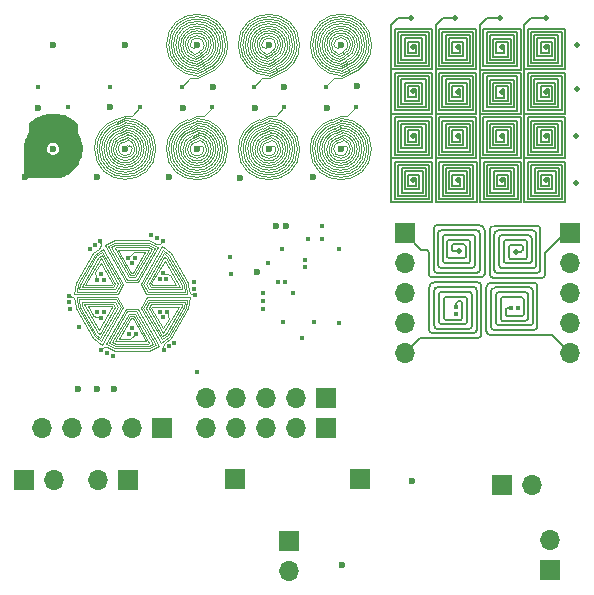
<source format=gbr>
%TF.GenerationSoftware,KiCad,Pcbnew,8.0.3*%
%TF.CreationDate,2024-07-16T20:49:30+03:00*%
%TF.ProjectId,PCBcoil,50434263-6f69-46c2-9e6b-696361645f70,rev?*%
%TF.SameCoordinates,Original*%
%TF.FileFunction,Copper,L4,Inr*%
%TF.FilePolarity,Positive*%
%FSLAX46Y46*%
G04 Gerber Fmt 4.6, Leading zero omitted, Abs format (unit mm)*
G04 Created by KiCad (PCBNEW 8.0.3) date 2024-07-16 20:49:30*
%MOMM*%
%LPD*%
G01*
G04 APERTURE LIST*
%TA.AperFunction,Conductor*%
%ADD10C,0.100000*%
%TD*%
%TA.AperFunction,ComponentPad*%
%ADD11R,1.700000X1.700000*%
%TD*%
%TA.AperFunction,ComponentPad*%
%ADD12O,1.700000X1.700000*%
%TD*%
%TA.AperFunction,ViaPad*%
%ADD13C,0.600000*%
%TD*%
%TA.AperFunction,ViaPad*%
%ADD14C,0.400000*%
%TD*%
%TA.AperFunction,ViaPad*%
%ADD15C,0.500000*%
%TD*%
%TA.AperFunction,Conductor*%
%ADD16C,0.130000*%
%TD*%
%TA.AperFunction,Conductor*%
%ADD17C,0.200000*%
%TD*%
G04 APERTURE END LIST*
D10*
%TO.N,unconnected-(U2-SENSEU-Pad4)*%
X109991432Y-83857313D02*
X109508697Y-84131875D01*
X114396541Y-91158062D02*
G75*
G02*
X115234431Y-89988796I1199959J24962D01*
G01*
X109508698Y-84931875D02*
G75*
G02*
X106908625Y-82331875I-98J2599975D01*
G01*
X108104987Y-91139601D02*
G75*
G02*
X109082584Y-89804807I1399913J101D01*
G01*
X121671541Y-88933062D02*
G75*
G02*
X123871538Y-91133062I59J-2199938D01*
G01*
%TO.N,Net-(D1B-K)*%
X101301299Y-107125751D02*
X102799305Y-104540373D01*
%TO.N,unconnected-(U2-SENSEU-Pad4)*%
X109504987Y-88539601D02*
G75*
G02*
X112104999Y-91139601I-87J-2600099D01*
G01*
%TO.N,Net-(D1B-K)*%
X101251562Y-106819604D02*
X102571100Y-104545111D01*
X99419526Y-102542849D02*
X100839526Y-100083337D01*
%TO.N,unconnected-(U2-SENSEU-Pad4)*%
X119486096Y-82318143D02*
G75*
G02*
X123886096Y-82318143I2200000J0D01*
G01*
X115596541Y-88533062D02*
X114872439Y-88844902D01*
X101422462Y-91101772D02*
G75*
G02*
X102819065Y-89195039I1999938J-28D01*
G01*
X121686096Y-84518143D02*
X122289514Y-84224943D01*
X109508698Y-84531875D02*
X110112116Y-84238675D01*
X121482142Y-83297124D02*
X121927463Y-83080863D01*
X103422462Y-88301772D02*
X102638018Y-88622932D01*
X119686096Y-82318143D02*
G75*
G02*
X123686096Y-82318143I2000000J0D01*
G01*
X122286096Y-82318143D02*
G75*
G02*
X121867116Y-82890166I-599896J-57D01*
G01*
X117996541Y-91133062D02*
G75*
G02*
X113196541Y-91133062I-2400000J0D01*
G01*
X108904987Y-91139601D02*
G75*
G02*
X109323951Y-90567527I599913J101D01*
G01*
%TO.N,Net-(D1B-K)*%
X107309134Y-99938991D02*
X106548404Y-99379383D01*
X108582265Y-104565156D02*
X107162265Y-107024668D01*
%TO.N,unconnected-(U2-SENSEU-Pad4)*%
X121844306Y-89945305D02*
G75*
G02*
X122871786Y-91133062I-172706J-1187695D01*
G01*
X115410911Y-83519650D02*
X115885385Y-83285293D01*
%TO.N,Net-(D1B-K)*%
X102818404Y-99672069D02*
X103938404Y-101612069D01*
%TO.N,unconnected-(U2-SENSEU-Pad4)*%
X119886096Y-82318143D02*
G75*
G02*
X123486096Y-82318143I1800000J0D01*
G01*
%TO.N,Net-(D1B-K)*%
X104723404Y-102540375D02*
X105223404Y-103406401D01*
%TO.N,unconnected-(U2-SENSEU-Pad4)*%
X103422462Y-88901772D02*
X102819044Y-89194972D01*
%TO.N,Net-(D1B-K)*%
X101673404Y-99251076D02*
X103498404Y-102412069D01*
%TO.N,unconnected-(U2-SENSEU-Pad4)*%
X109708941Y-90160620D02*
X109263620Y-90376881D01*
X115583676Y-84531893D02*
X116187094Y-84238693D01*
X115583676Y-84531893D02*
G75*
G02*
X113383607Y-82331893I-76J2199993D01*
G01*
X107308698Y-82331875D02*
G75*
G02*
X111708698Y-82331875I2200000J0D01*
G01*
%TO.N,Net-(D1B-K)*%
X102628404Y-107618388D02*
X102308404Y-107488388D01*
X102228404Y-99422069D02*
X103718404Y-102012069D01*
X108879740Y-103691899D02*
X105229740Y-103691899D01*
%TO.N,unconnected-(U2-SENSEU-Pad4)*%
X124086096Y-82318143D02*
G75*
G02*
X122410192Y-84606286I-2399896J-57D01*
G01*
%TO.N,Net-(D1B-K)*%
X100987731Y-100226638D02*
X101494238Y-99849343D01*
%TO.N,unconnected-(U2-SENSEU-Pad4)*%
X110908698Y-82331875D02*
G75*
G02*
X109931090Y-83666632I-1400098J75D01*
G01*
X114183680Y-82331893D02*
G75*
G02*
X116983676Y-82331893I1399998J1D01*
G01*
X105222462Y-91101772D02*
G75*
G02*
X101622462Y-91101772I-1800000J0D01*
G01*
%TO.N,Net-(D1B-K)*%
X102668404Y-99472069D02*
X105358404Y-99472069D01*
%TO.N,unconnected-(U2-SENSEU-Pad4)*%
X101822462Y-91101772D02*
G75*
G02*
X102939748Y-89576399I1599938J-28D01*
G01*
X119471541Y-91133062D02*
G75*
G02*
X121007801Y-89035644I2199959J-38D01*
G01*
X121513331Y-83505900D02*
G75*
G02*
X120485788Y-82318143I172869J1187900D01*
G01*
%TO.N,Net-(D1B-K)*%
X101958404Y-99352069D02*
X103608404Y-102212069D01*
%TO.N,unconnected-(U2-SENSEU-Pad4)*%
X121686096Y-84718143D02*
X122349856Y-84415623D01*
X114583676Y-82331893D02*
G75*
G02*
X116583676Y-82331893I1000000J0D01*
G01*
%TO.N,Net-(D1B-K)*%
X108190855Y-104443098D02*
X108213893Y-104283194D01*
%TO.N,unconnected-(U2-SENSEU-Pad4)*%
X109273429Y-83096498D02*
X109689723Y-82903913D01*
%TO.N,Net-(D1B-K)*%
X101222806Y-106489796D02*
X102342895Y-104549848D01*
%TO.N,unconnected-(U2-SENSEU-Pad4)*%
X121738150Y-89534453D02*
X121249149Y-89798304D01*
X123086096Y-82318143D02*
G75*
G02*
X122108475Y-83652861I-1399996J43D01*
G01*
X124271541Y-91133062D02*
G75*
G02*
X119071541Y-91133062I-2600000J0D01*
G01*
%TO.N,Net-(D1B-K)*%
X106548404Y-99379383D02*
X104723404Y-102540375D01*
%TO.N,unconnected-(U2-SENSEU-Pad4)*%
X104022462Y-91101772D02*
G75*
G02*
X102822462Y-91101772I-600000J0D01*
G01*
X107104987Y-91139601D02*
G75*
G02*
X108780869Y-88851389I2400213J-99D01*
G01*
X121686096Y-84318143D02*
X122229172Y-84034263D01*
X103489071Y-89503163D02*
X103000070Y-89767014D01*
X113983680Y-82331893D02*
G75*
G02*
X117183676Y-82331893I1599998J1D01*
G01*
X113796541Y-91133062D02*
G75*
G02*
X115053485Y-89417004I1799959J-38D01*
G01*
X114596541Y-91133062D02*
G75*
G02*
X115294852Y-90179724I999959J-38D01*
G01*
X121513331Y-83505900D02*
X121987805Y-83271543D01*
X120686096Y-82318143D02*
G75*
G02*
X122686096Y-82318143I1000000J0D01*
G01*
X111304987Y-91139601D02*
G75*
G02*
X107704987Y-91139601I-1800000J0D01*
G01*
X121686095Y-84118143D02*
G75*
G02*
X119886057Y-82318143I-95J1799943D01*
G01*
X121671541Y-89133062D02*
G75*
G02*
X123671538Y-91133062I59J-1999938D01*
G01*
X110304987Y-91139601D02*
G75*
G02*
X108704987Y-91139601I-800000J0D01*
G01*
X110508698Y-82331875D02*
G75*
G02*
X109810414Y-83285296I-999998J-25D01*
G01*
X121844306Y-89945305D02*
X121369832Y-90179662D01*
X120886096Y-82318143D02*
G75*
G02*
X122486096Y-82318143I800000J0D01*
G01*
X121686096Y-84718143D02*
G75*
G02*
X119286057Y-82318143I-96J2399943D01*
G01*
X114383420Y-82331893D02*
G75*
G02*
X116783719Y-82306892I1200280J-7D01*
G01*
X115348407Y-83096516D02*
G75*
G02*
X114783629Y-82331893I235193J764616D01*
G01*
%TO.N,Net-(D1B-K)*%
X108199519Y-102681183D02*
X108246935Y-103023311D01*
X108649778Y-103888220D02*
X105347945Y-103887162D01*
X105702560Y-104472950D02*
X105642560Y-104576873D01*
X106727557Y-100251671D02*
X105408019Y-102526164D01*
%TO.N,unconnected-(U2-SENSEU-Pad4)*%
X111504987Y-91139601D02*
G75*
G02*
X107504987Y-91139601I-2000000J0D01*
G01*
%TO.N,Net-(D1B-K)*%
X105358404Y-99472069D02*
X105678404Y-99602069D01*
%TO.N,unconnected-(U2-SENSEU-Pad4)*%
X118183676Y-82331893D02*
G75*
G02*
X116368138Y-84810790I-2600076J-7D01*
G01*
%TO.N,Net-(D1B-K)*%
X105438404Y-98872069D02*
X106068404Y-99152069D01*
%TO.N,unconnected-(U2-SENSEU-Pad4)*%
X102222462Y-91126772D02*
G75*
G02*
X103060354Y-89957511I1199938J24972D01*
G01*
X113583676Y-82331893D02*
G75*
G02*
X117583676Y-82331893I2000000J0D01*
G01*
%TO.N,Net-(D1B-K)*%
X100676321Y-99966016D02*
X101233808Y-99560420D01*
X100991395Y-106888982D02*
X99601395Y-104481432D01*
X105398404Y-107818388D02*
X105758404Y-107668388D01*
X107099444Y-105533476D02*
X106644444Y-106321559D01*
%TO.N,unconnected-(U2-SENSEU-Pad4)*%
X116596541Y-91133062D02*
G75*
G02*
X114596541Y-91133062I-1000000J0D01*
G01*
%TO.N,Net-(D1B-K)*%
X108051314Y-102824484D02*
X105578019Y-102820612D01*
X99732184Y-104047964D02*
X102519305Y-104055399D01*
%TO.N,unconnected-(U2-SENSEU-Pad4)*%
X109508698Y-84931875D02*
X110232800Y-84620035D01*
X119071541Y-91133062D02*
G75*
G02*
X120887117Y-88654284I2599959J-38D01*
G01*
%TO.N,Net-(D1B-K)*%
X100823190Y-106997642D02*
X99403190Y-104538130D01*
X107325470Y-107141988D02*
X106767983Y-107547584D01*
X99787898Y-102824810D02*
X102417436Y-102830317D01*
X99601395Y-104481432D02*
X99527902Y-103854137D01*
%TO.N,unconnected-(U2-SENSEU-Pad4)*%
X109442089Y-83930484D02*
X109931090Y-83666633D01*
%TO.N,Net-(D1B-K)*%
X108775470Y-104630515D02*
X107325470Y-107141988D01*
%TO.N,unconnected-(U2-SENSEU-Pad4)*%
X111704987Y-91139601D02*
G75*
G02*
X107304987Y-91139601I-2200000J0D01*
G01*
%TO.N,Net-(D1B-K)*%
X100991395Y-106888982D02*
X101301299Y-107125751D01*
X99352013Y-103219785D02*
X102653846Y-103220843D01*
X105408404Y-108018388D02*
X106028404Y-107738388D01*
%TO.N,unconnected-(U2-SENSEU-Pad4)*%
X115596541Y-89133062D02*
X115053465Y-89416942D01*
X115583675Y-84131893D02*
G75*
G02*
X113783607Y-82331893I-75J1799993D01*
G01*
%TO.N,Net-(D1B-K)*%
X105448404Y-108218388D02*
X102548404Y-108218388D01*
%TO.N,unconnected-(U2-SENSEU-Pad4)*%
X106908698Y-82331875D02*
G75*
G02*
X112108698Y-82331875I2600000J0D01*
G01*
X107108698Y-82331875D02*
G75*
G02*
X111908698Y-82331875I2400000J0D01*
G01*
%TO.N,Net-(D1B-K)*%
X102308404Y-107488388D02*
X103708404Y-105078388D01*
%TO.N,unconnected-(U2-SENSEU-Pad4)*%
X113783676Y-82331893D02*
G75*
G02*
X117383676Y-82331893I1800000J0D01*
G01*
X103422463Y-89301772D02*
G75*
G02*
X105222528Y-91101772I37J-1800028D01*
G01*
X110104987Y-91139601D02*
G75*
G02*
X108904987Y-91139601I-600000J0D01*
G01*
X121188807Y-89607624D02*
X121671542Y-89333062D01*
X115596542Y-89333062D02*
G75*
G02*
X117396538Y-91133062I58J-1799938D01*
G01*
X109380015Y-83725945D02*
G75*
G02*
X108108719Y-82331875I128785J1394145D01*
G01*
%TO.N,Net-(D1B-K)*%
X101551295Y-99570516D02*
X103272051Y-102550080D01*
%TO.N,unconnected-(U2-SENSEU-Pad4)*%
X122271541Y-91133062D02*
G75*
G02*
X121071541Y-91133062I-600000J0D01*
G01*
X103551145Y-89707702D02*
G75*
G02*
X104822521Y-91101772I-128645J-1394098D01*
G01*
%TO.N,Net-(D1B-K)*%
X106313404Y-107839381D02*
X104488404Y-104678388D01*
X105408404Y-99672069D02*
X104168404Y-101812069D01*
%TO.N,unconnected-(U2-SENSEU-Pad4)*%
X107708698Y-82331875D02*
G75*
G02*
X111308698Y-82331875I1800000J0D01*
G01*
%TO.N,Net-(D1B-K)*%
X107155929Y-100073632D02*
X106603442Y-99676696D01*
%TO.N,unconnected-(U2-SENSEU-Pad4)*%
X117596541Y-91133062D02*
G75*
G02*
X113596541Y-91133062I-2000000J0D01*
G01*
%TO.N,Net-(D1B-K)*%
X100902346Y-101574529D02*
X101357346Y-100786446D01*
X105168404Y-107418388D02*
X102578404Y-107418388D01*
X107309134Y-99938991D02*
X108759134Y-102450465D01*
%TO.N,unconnected-(U2-SENSEU-Pad4)*%
X115583676Y-84731893D02*
X116247436Y-84429373D01*
X120485840Y-82318143D02*
G75*
G02*
X122886098Y-82293143I1200260J-57D01*
G01*
%TO.N,Net-(D1B-K)*%
X102918404Y-107218388D02*
X103928404Y-105478388D01*
%TO.N,unconnected-(U2-SENSEU-Pad4)*%
X117396541Y-91133062D02*
G75*
G02*
X113796541Y-91133062I-1800000J0D01*
G01*
%TO.N,Net-(D1B-K)*%
X99403190Y-104538130D02*
X99314959Y-103665310D01*
%TO.N,unconnected-(U2-SENSEU-Pad4)*%
X108908698Y-82331875D02*
G75*
G02*
X110108698Y-82331875I600000J0D01*
G01*
%TO.N,Net-(D1B-K)*%
X105168404Y-107418388D02*
X104048404Y-105478388D01*
%TO.N,unconnected-(U2-SENSEU-Pad4)*%
X103626416Y-90122791D02*
G75*
G02*
X104422441Y-91101772I-204016J-979009D01*
G01*
X121450827Y-83082766D02*
X121867121Y-82890181D01*
X123686096Y-82318143D02*
G75*
G02*
X122289509Y-84224926I-1999896J-57D01*
G01*
X109504987Y-89139601D02*
G75*
G02*
X111504999Y-91139601I-87J-2000099D01*
G01*
%TO.N,Net-(D1B-K)*%
X108404060Y-104473816D02*
X107014060Y-106881366D01*
%TO.N,unconnected-(U2-SENSEU-Pad4)*%
X115831810Y-90368439D02*
G75*
G02*
X116396573Y-91133062I-235410J-764761D01*
G01*
X109504987Y-88939601D02*
G75*
G02*
X111704999Y-91139601I-87J-2200099D01*
G01*
X107304987Y-91139601D02*
G75*
G02*
X108841245Y-89042178I2199913J1D01*
G01*
X115725224Y-89738992D02*
X115234412Y-89988736D01*
X115800495Y-90154081D02*
X115355174Y-90370342D01*
X116196541Y-91133062D02*
G75*
G02*
X114996541Y-91133062I-600000J0D01*
G01*
X110308698Y-82331875D02*
G75*
G02*
X109750072Y-83094616I-799998J-25D01*
G01*
X109508698Y-84731875D02*
G75*
G02*
X107108625Y-82331875I-98J2399975D01*
G01*
%TO.N,Net-(D1B-K)*%
X101768404Y-107658388D02*
X103488404Y-104678388D01*
%TO.N,unconnected-(U2-SENSEU-Pad4)*%
X115769306Y-89945305D02*
X115294832Y-90179662D01*
X105022458Y-91101772D02*
G75*
G02*
X101822462Y-91101772I-1599998J-1D01*
G01*
%TO.N,Net-(D1B-K)*%
X99226321Y-102477490D02*
X99122051Y-103416105D01*
%TO.N,unconnected-(U2-SENSEU-Pad4)*%
X121906810Y-90368439D02*
X121490516Y-90561024D01*
X107504987Y-91139601D02*
G75*
G02*
X108901587Y-89232858I1999913J1D01*
G01*
%TO.N,Net-(D1B-K)*%
X108454156Y-104087047D02*
X105466150Y-104082425D01*
X99122051Y-103416105D02*
X102772051Y-103416106D01*
%TO.N,unconnected-(U2-SENSEU-Pad4)*%
X107704987Y-91139601D02*
G75*
G02*
X108961929Y-89423538I1799913J1D01*
G01*
X103422462Y-88701772D02*
X102758702Y-89004292D01*
X107904987Y-91139601D02*
G75*
G02*
X109022242Y-89614127I1599913J101D01*
G01*
%TO.N,Net-(D1B-K)*%
X106845855Y-106772706D02*
X106573271Y-106984834D01*
X103255715Y-104530899D02*
X102755715Y-103664874D01*
%TO.N,unconnected-(U2-SENSEU-Pad4)*%
X113596541Y-91133062D02*
G75*
G02*
X114993143Y-89226324I1999959J-38D01*
G01*
X121875495Y-90154081D02*
G75*
G02*
X122671528Y-91133062I-203895J-978919D01*
G01*
X111104983Y-91139601D02*
G75*
G02*
X107904987Y-91139601I-1599998J-1D01*
G01*
%TO.N,Net-(D1B-K)*%
X102038404Y-107568388D02*
X103598404Y-104878388D01*
%TO.N,unconnected-(U2-SENSEU-Pad4)*%
X115596541Y-89133062D02*
G75*
G02*
X117596538Y-91133062I59J-1999938D01*
G01*
X103595227Y-89914015D02*
G75*
G02*
X104622693Y-91101772I-172827J-1187785D01*
G01*
X109508698Y-84331875D02*
X110051774Y-84047995D01*
%TO.N,Net-(D1B-K)*%
X108404060Y-104473816D02*
X108454156Y-104087047D01*
%TO.N,unconnected-(U2-SENSEU-Pad4)*%
X117783676Y-82331893D02*
G75*
G02*
X116247454Y-84429430I-2200076J-7D01*
G01*
X105822462Y-91101772D02*
G75*
G02*
X101022462Y-91101772I-2400000J0D01*
G01*
%TO.N,Net-(D1B-K)*%
X108213893Y-104283194D02*
X105584355Y-104277687D01*
X105408404Y-108018388D02*
X102568404Y-108018388D01*
%TO.N,unconnected-(U2-SENSEU-Pad4)*%
X114783676Y-82331893D02*
G75*
G02*
X116383676Y-82331893I800000J0D01*
G01*
%TO.N,Net-(D1B-K)*%
X102818404Y-99672069D02*
X105408404Y-99672069D01*
X102417436Y-102830317D02*
X102587436Y-102535869D01*
X101357346Y-100786446D02*
X102359231Y-102531131D01*
%TO.N,unconnected-(U2-SENSEU-Pad4)*%
X121686096Y-85118143D02*
X122470540Y-84796983D01*
X100822462Y-91101772D02*
G75*
G02*
X102638039Y-88622999I2599938J-28D01*
G01*
%TO.N,Net-(D1B-K)*%
X107942649Y-104473002D02*
X105702560Y-104472950D01*
%TO.N,unconnected-(U2-SENSEU-Pad4)*%
X109708941Y-90160620D02*
G75*
G02*
X110504997Y-91139601I-203941J-978980D01*
G01*
X120086100Y-82318143D02*
G75*
G02*
X123286096Y-82318143I1599998J1D01*
G01*
X119671541Y-91133062D02*
G75*
G02*
X121068143Y-89226324I1999959J-38D01*
G01*
X123871541Y-91133062D02*
G75*
G02*
X119471541Y-91133062I-2200000J0D01*
G01*
X111308698Y-82331875D02*
G75*
G02*
X110051781Y-84048017I-1799998J-25D01*
G01*
%TO.N,Net-(D1B-K)*%
X103027510Y-104535636D02*
X102637510Y-103860136D01*
%TO.N,unconnected-(U2-SENSEU-Pad4)*%
X116796797Y-91133062D02*
G75*
G02*
X114396465Y-91158064I-1200297J62D01*
G01*
X117583676Y-82331893D02*
G75*
G02*
X116187083Y-84238659I-2000076J93D01*
G01*
%TO.N,Net-(D1B-K)*%
X107155929Y-100073632D02*
X108575929Y-102533144D01*
X103828404Y-101812069D02*
X104168404Y-101812069D01*
X100839526Y-100083337D02*
X101551295Y-99570516D01*
%TO.N,unconnected-(U2-SENSEU-Pad4)*%
X122486096Y-82318143D02*
G75*
G02*
X121927458Y-83080846I-799896J-57D01*
G01*
X121875495Y-90154081D02*
X121430174Y-90370342D01*
X115831810Y-90368439D02*
X115415516Y-90561024D01*
X122471541Y-91133062D02*
G75*
G02*
X120871541Y-91133062I-800000J0D01*
G01*
%TO.N,Net-(D1B-K)*%
X105318404Y-107618388D02*
X105468404Y-107558388D01*
%TO.N,unconnected-(U2-SENSEU-Pad4)*%
X109304744Y-83310856D02*
X109750065Y-83094595D01*
%TO.N,Net-(D1B-K)*%
X105584355Y-104277687D02*
X105414355Y-104572136D01*
X107014060Y-106881366D02*
X106507553Y-107258661D01*
%TO.N,unconnected-(U2-SENSEU-Pad4)*%
X109504987Y-88739601D02*
G75*
G02*
X111904999Y-91139601I-87J-2400099D01*
G01*
X115454993Y-83725963D02*
G75*
G02*
X114183617Y-82331893I128607J1394063D01*
G01*
X108108702Y-82331875D02*
G75*
G02*
X110908698Y-82331875I1399998J1D01*
G01*
X120871541Y-91133062D02*
G75*
G02*
X121430194Y-90370404I799959J-38D01*
G01*
X110708698Y-82306875D02*
G75*
G02*
X109870835Y-83476225I-1199998J-25025D01*
G01*
X121086096Y-82318143D02*
G75*
G02*
X122286096Y-82318143I600000J0D01*
G01*
%TO.N,Net-(D1B-K)*%
X101428520Y-100123170D02*
X102815641Y-102540606D01*
%TO.N,unconnected-(U2-SENSEU-Pad4)*%
X110504987Y-91139601D02*
G75*
G02*
X108504987Y-91139601I-1000000J0D01*
G01*
X121671542Y-89333062D02*
G75*
G02*
X123471538Y-91133062I58J-1799938D01*
G01*
X109504988Y-89339601D02*
G75*
G02*
X111304999Y-91139601I-88J-1800099D01*
G01*
X109740256Y-90374978D02*
G75*
G02*
X110304995Y-91139601I-235256J-764622D01*
G01*
X112108698Y-82331875D02*
G75*
G02*
X110293149Y-84810736I-2599998J-25D01*
G01*
X122168830Y-83843581D02*
X121686095Y-84118143D01*
%TO.N,Net-(D1B-K)*%
X106644444Y-106321559D02*
X105642560Y-104576873D01*
%TO.N,unconnected-(U2-SENSEU-Pad4)*%
X109022253Y-89614163D02*
X109504988Y-89339601D01*
X122686096Y-82318143D02*
G75*
G02*
X121987800Y-83271526I-999896J-57D01*
G01*
X108308442Y-82331875D02*
G75*
G02*
X110708697Y-82306875I1200258J-25D01*
G01*
%TO.N,Net-(D1B-K)*%
X102578404Y-99072069D02*
X101958404Y-99352069D01*
X105179814Y-102530901D02*
X105459814Y-103015875D01*
%TO.N,unconnected-(U2-SENSEU-Pad4)*%
X122886096Y-82293143D02*
G75*
G02*
X122048221Y-83462455I-1199896J-25057D01*
G01*
X109335933Y-83519632D02*
G75*
G02*
X108308455Y-82331875I172867J1187832D01*
G01*
X117383676Y-82331893D02*
G75*
G02*
X116126741Y-84047979I-1800076J93D01*
G01*
X109504987Y-88739601D02*
X108841227Y-89042121D01*
X115663150Y-89534453D02*
G75*
G02*
X117196532Y-91133062I-66550J-1598547D01*
G01*
X121800224Y-89738992D02*
X121309412Y-89988736D01*
%TO.N,Net-(D1B-K)*%
X100823190Y-106997642D02*
X101375677Y-107394578D01*
X108451217Y-103217138D02*
X105341609Y-103211138D01*
%TO.N,unconnected-(U2-SENSEU-Pad4)*%
X109380015Y-83725945D02*
X109870827Y-83476201D01*
X109508698Y-84531875D02*
G75*
G02*
X107308625Y-82331875I-98J2199975D01*
G01*
%TO.N,Net-(D1B-K)*%
X102618404Y-107818388D02*
X102038404Y-107568388D01*
%TO.N,unconnected-(U2-SENSEU-Pad4)*%
X109571596Y-89540992D02*
X109082595Y-89804843D01*
X114983676Y-82331893D02*
G75*
G02*
X116183676Y-82331893I600000J0D01*
G01*
%TO.N,Net-(D1B-K)*%
X101430715Y-107691892D02*
X103255715Y-104530899D01*
X108377724Y-102589843D02*
X108451217Y-103217138D01*
X104048404Y-105478388D02*
X103928404Y-105478388D01*
%TO.N,unconnected-(U2-SENSEU-Pad4)*%
X119271541Y-91133062D02*
G75*
G02*
X120947459Y-88844964I2399959J-38D01*
G01*
X114196541Y-91133062D02*
G75*
G02*
X115174168Y-89798364I1399959J-38D01*
G01*
X115379722Y-83310874D02*
X115825043Y-83094613D01*
%TO.N,Net-(D1B-K)*%
X102342895Y-104549848D02*
X102282895Y-104445925D01*
X102668404Y-99472069D02*
X102518404Y-99532069D01*
X102588404Y-99272069D02*
X102228404Y-99422069D01*
%TO.N,unconnected-(U2-SENSEU-Pad4)*%
X101022462Y-91101772D02*
G75*
G02*
X102698381Y-88813679I2399938J-28D01*
G01*
X115583676Y-84331893D02*
G75*
G02*
X113583607Y-82331893I-76J1999993D01*
G01*
X121482142Y-83297124D02*
G75*
G02*
X120686038Y-82318143I204058J979124D01*
G01*
X115596541Y-88733062D02*
G75*
G02*
X117996538Y-91133062I59J-2399938D01*
G01*
%TO.N,Net-(D1B-K)*%
X108775470Y-104630515D02*
X108879740Y-103691899D01*
%TO.N,unconnected-(U2-SENSEU-Pad4)*%
X103422462Y-89101772D02*
X102879386Y-89385652D01*
X109677752Y-89951844D02*
X109203278Y-90186201D01*
%TO.N,Net-(D1B-K)*%
X102578404Y-107418388D02*
X103818404Y-105278388D01*
%TO.N,unconnected-(U2-SENSEU-Pad4)*%
X116983676Y-82331893D02*
G75*
G02*
X116006087Y-83666710I-1400076J-7D01*
G01*
%TO.N,Net-(D1B-K)*%
X102588404Y-99272069D02*
X105368404Y-99272069D01*
%TO.N,unconnected-(U2-SENSEU-Pad4)*%
X104422462Y-91101772D02*
G75*
G02*
X102422462Y-91101772I-1000000J0D01*
G01*
X105622462Y-91101772D02*
G75*
G02*
X101222462Y-91101772I-2200000J0D01*
G01*
X115517067Y-83930502D02*
G75*
G02*
X113983614Y-82331893I66533J1598602D01*
G01*
%TO.N,Net-(D1B-K)*%
X102571100Y-104545111D02*
X102401100Y-104250662D01*
%TO.N,unconnected-(U2-SENSEU-Pad4)*%
X109335933Y-83519632D02*
X109810407Y-83285275D01*
%TO.N,Net-(D1B-K)*%
X100059141Y-102635003D02*
X101354141Y-100391997D01*
%TO.N,unconnected-(U2-SENSEU-Pad4)*%
X124286096Y-82318143D02*
G75*
G02*
X122470534Y-84796966I-2599896J-57D01*
G01*
X117196537Y-91133062D02*
G75*
G02*
X113996541Y-91133062I-1599998J-1D01*
G01*
%TO.N,Net-(D1B-K)*%
X106647649Y-106716007D02*
X105414355Y-104572136D01*
X106573271Y-106984834D02*
X105186150Y-104567399D01*
X102568404Y-108018388D02*
X101768404Y-107658388D01*
%TO.N,unconnected-(U2-SENSEU-Pad4)*%
X108508698Y-82331875D02*
G75*
G02*
X110508698Y-82331875I1000000J0D01*
G01*
X103422462Y-89101772D02*
G75*
G02*
X105422528Y-91101772I38J-2000028D01*
G01*
X102022462Y-91101772D02*
G75*
G02*
X103000090Y-89767079I1399938J-28D01*
G01*
X103657731Y-90337149D02*
X103241437Y-90529734D01*
%TO.N,Net-(D1B-K)*%
X102548404Y-108218388D02*
X101918404Y-107938388D01*
X100669985Y-107132283D02*
X99219985Y-104620810D01*
%TO.N,unconnected-(U2-SENSEU-Pad4)*%
X107908702Y-82331875D02*
G75*
G02*
X111108698Y-82331875I1599998J1D01*
G01*
X109571596Y-89540992D02*
G75*
G02*
X111104995Y-91139601I-66596J-1598608D01*
G01*
%TO.N,Net-(D1B-K)*%
X108664160Y-103405965D02*
X105223404Y-103406401D01*
%TO.N,unconnected-(U2-SENSEU-Pad4)*%
X115379722Y-83310874D02*
G75*
G02*
X114583622Y-82331893I203878J978974D01*
G01*
X115583676Y-84331893D02*
X116126752Y-84048013D01*
X104822458Y-91101772D02*
G75*
G02*
X102022462Y-91101772I-1399998J-1D01*
G01*
X110904983Y-91139601D02*
G75*
G02*
X108104987Y-91139601I-1399998J-1D01*
G01*
X113996541Y-91133062D02*
G75*
G02*
X115113826Y-89607684I1599959J-38D01*
G01*
X120471541Y-91158062D02*
G75*
G02*
X121309431Y-89988796I1199959J24962D01*
G01*
%TO.N,Net-(D1B-K)*%
X99219985Y-104620810D02*
X99147472Y-103935214D01*
X99927806Y-104246791D02*
X102401100Y-104250662D01*
%TO.N,unconnected-(U2-SENSEU-Pad4)*%
X105422462Y-91101772D02*
G75*
G02*
X101422462Y-91101772I-2000000J0D01*
G01*
%TO.N,Net-(D1B-K)*%
X105678404Y-99602069D02*
X104278404Y-102012069D01*
X105229740Y-103691899D02*
X104729740Y-104557924D01*
X105068404Y-99872069D02*
X104058404Y-101612069D01*
%TO.N,unconnected-(U2-SENSEU-Pad4)*%
X123071537Y-91133062D02*
G75*
G02*
X120271541Y-91133062I-1399998J-1D01*
G01*
%TO.N,Net-(D1B-K)*%
X105468404Y-107558388D02*
X104158404Y-105278388D01*
%TO.N,unconnected-(U2-SENSEU-Pad4)*%
X116383676Y-82331893D02*
G75*
G02*
X115825061Y-83094670I-800076J-7D01*
G01*
X117796541Y-91133062D02*
G75*
G02*
X113396541Y-91133062I-2200000J0D01*
G01*
X115583676Y-85131893D02*
X116368120Y-84810733D01*
%TO.N,Net-(D1B-K)*%
X108246935Y-103023311D02*
X105459814Y-103015875D01*
X104488404Y-104678388D02*
X103488404Y-104678388D01*
X99527902Y-103854137D02*
X102637510Y-103860136D01*
X102578404Y-99072069D02*
X105418404Y-99072069D01*
X103938404Y-101612069D02*
X104058404Y-101612069D01*
%TO.N,unconnected-(U2-SENSEU-Pad4)*%
X103422462Y-88501772D02*
G75*
G02*
X106022528Y-91101772I38J-2600028D01*
G01*
%TO.N,Net-(D1B-K)*%
X105948404Y-99522069D02*
X104388404Y-102212069D01*
%TO.N,unconnected-(U2-SENSEU-Pad4)*%
X121738150Y-89534453D02*
G75*
G02*
X123271532Y-91133062I-66550J-1598547D01*
G01*
X108708698Y-82331875D02*
G75*
G02*
X110308698Y-82331875I800000J0D01*
G01*
X103489071Y-89503163D02*
G75*
G02*
X105022427Y-91101772I-66671J-1598637D01*
G01*
X122671541Y-91133062D02*
G75*
G02*
X120671541Y-91133062I-1000000J0D01*
G01*
X114996541Y-91133062D02*
G75*
G02*
X115415535Y-90561084I599959J-38D01*
G01*
X121557413Y-83712213D02*
X122048225Y-83462469D01*
%TO.N,Net-(D1B-K)*%
X104158404Y-105278388D02*
X103818404Y-105278388D01*
%TO.N,unconnected-(U2-SENSEU-Pad4)*%
X111508698Y-82331875D02*
G75*
G02*
X110112123Y-84238697I-1999998J-25D01*
G01*
%TO.N,Net-(D1B-K)*%
X106507553Y-107258661D02*
X104957945Y-104562662D01*
%TO.N,unconnected-(U2-SENSEU-Pad4)*%
X103626416Y-90122791D02*
X103181095Y-90339052D01*
X109504987Y-88939601D02*
X108901569Y-89232801D01*
%TO.N,Net-(D1B-K)*%
X99226321Y-102477490D02*
X100676321Y-99966016D01*
X106756314Y-100581478D02*
X105636224Y-102521427D01*
X102535641Y-103025580D02*
X102815641Y-102540606D01*
X108759134Y-102450465D02*
X108831647Y-103136061D01*
%TO.N,unconnected-(U2-SENSEU-Pad4)*%
X119086096Y-82318143D02*
G75*
G02*
X124286096Y-82318143I2600000J0D01*
G01*
%TO.N,Net-(D1B-K)*%
X106987724Y-100182292D02*
X108377724Y-102589843D01*
%TO.N,unconnected-(U2-SENSEU-Pad4)*%
X103422462Y-88701772D02*
G75*
G02*
X105822528Y-91101772I38J-2400028D01*
G01*
X113196541Y-91133062D02*
G75*
G02*
X114872459Y-88844964I2399959J-38D01*
G01*
X121619487Y-83916752D02*
X122108488Y-83652901D01*
%TO.N,Net-(D1B-K)*%
X106218404Y-99432069D02*
X104498404Y-102412069D01*
%TO.N,unconnected-(U2-SENSEU-Pad4)*%
X121671541Y-88333062D02*
X120887097Y-88654222D01*
X101622462Y-91101772D02*
G75*
G02*
X102879407Y-89385719I1799938J-28D01*
G01*
X120071541Y-91133062D02*
G75*
G02*
X121188826Y-89607684I1599959J-38D01*
G01*
X121906810Y-90368439D02*
G75*
G02*
X122471573Y-91133062I-235410J-764761D01*
G01*
X115454993Y-83725963D02*
X115945805Y-83476219D01*
X115596541Y-88933062D02*
X114993123Y-89226262D01*
X121671541Y-88533062D02*
G75*
G02*
X124271538Y-91133062I59J-2599938D01*
G01*
%TO.N,Net-(D1B-K)*%
X99597731Y-102634189D02*
X100987731Y-100226638D01*
X106756314Y-100581478D02*
X108051314Y-102824484D01*
%TO.N,unconnected-(U2-SENSEU-Pad4)*%
X109504987Y-88539601D02*
X108780885Y-88851441D01*
X109504987Y-88339601D02*
X108720543Y-88660761D01*
X115517067Y-83930502D02*
X116006068Y-83666651D01*
%TO.N,Net-(D1B-K)*%
X99810936Y-102664907D02*
X101155936Y-100335298D01*
%TO.N,unconnected-(U2-SENSEU-Pad4)*%
X113183676Y-82331893D02*
G75*
G02*
X117983676Y-82331893I2400000J0D01*
G01*
%TO.N,Net-(D1B-K)*%
X104268404Y-105078388D02*
X103708404Y-105078388D01*
X99779600Y-104390092D02*
X99732184Y-104047964D01*
%TO.N,unconnected-(U2-SENSEU-Pad4)*%
X113383676Y-82331893D02*
G75*
G02*
X117783676Y-82331893I2200000J0D01*
G01*
X103595227Y-89914015D02*
X103120753Y-90148372D01*
X112983676Y-82331893D02*
G75*
G02*
X118183676Y-82331893I2600000J0D01*
G01*
X106904987Y-91139601D02*
G75*
G02*
X108720527Y-88660709I2600213J-99D01*
G01*
X121686096Y-84518143D02*
G75*
G02*
X119486057Y-82318143I-96J2199943D01*
G01*
X121671541Y-88733062D02*
G75*
G02*
X124071538Y-91133062I59J-2399938D01*
G01*
X110705243Y-91139601D02*
G75*
G02*
X108305017Y-91164600I-1200243J1D01*
G01*
X121686096Y-84918143D02*
G75*
G02*
X119086057Y-82318143I-96J2599943D01*
G01*
%TO.N,Net-(D1B-K)*%
X104378404Y-104878388D02*
X103598404Y-104878388D01*
%TO.N,unconnected-(U2-SENSEU-Pad4)*%
X121800224Y-89738992D02*
G75*
G02*
X123071529Y-91133062I-128624J-1394008D01*
G01*
X123486096Y-82318143D02*
G75*
G02*
X122229167Y-84034246I-1799896J-57D01*
G01*
X124071541Y-91133062D02*
G75*
G02*
X119271541Y-91133062I-2400000J0D01*
G01*
X123286096Y-82318143D02*
G75*
G02*
X122168825Y-83843566I-1599896J-57D01*
G01*
%TO.N,Net-(D1B-K)*%
X105398404Y-107818388D02*
X102618404Y-107818388D01*
%TO.N,unconnected-(U2-SENSEU-Pad4)*%
X121450827Y-83082766D02*
G75*
G02*
X120886103Y-82318143I235473J764766D01*
G01*
X109508698Y-85131875D02*
X110293142Y-84810715D01*
%TO.N,Net-(D1B-K)*%
X99314959Y-103665310D02*
X102755715Y-103664874D01*
%TO.N,unconnected-(U2-SENSEU-Pad4)*%
X119286096Y-82318143D02*
G75*
G02*
X124086096Y-82318143I2400000J0D01*
G01*
X122871797Y-91133062D02*
G75*
G02*
X120471465Y-91158064I-1200297J62D01*
G01*
%TO.N,Net-(D1B-K)*%
X105318404Y-107618388D02*
X102628404Y-107618388D01*
%TO.N,unconnected-(U2-SENSEU-Pad4)*%
X121671541Y-89133062D02*
X121128465Y-89416942D01*
X115596541Y-88333062D02*
X114812097Y-88654222D01*
X121686096Y-84318143D02*
G75*
G02*
X119686057Y-82318143I-96J1999943D01*
G01*
%TO.N,Net-(D1B-K)*%
X105418404Y-99072069D02*
X106218404Y-99432069D01*
%TO.N,unconnected-(U2-SENSEU-Pad4)*%
X123271537Y-91133062D02*
G75*
G02*
X120071541Y-91133062I-1599998J-1D01*
G01*
X108504987Y-91139601D02*
G75*
G02*
X109203296Y-90186258I999913J1D01*
G01*
X116396541Y-91133062D02*
G75*
G02*
X114796541Y-91133062I-800000J0D01*
G01*
X115596541Y-88933062D02*
G75*
G02*
X117796538Y-91133062I59J-2199938D01*
G01*
X103422462Y-88501772D02*
X102698360Y-88813612D01*
%TO.N,Net-(D1B-K)*%
X101155936Y-100335298D02*
X101428520Y-100123170D01*
X108190855Y-104443098D02*
X106845855Y-106772706D01*
X102799305Y-104540373D02*
X102519305Y-104055399D01*
X104951609Y-102535638D02*
X105341609Y-103211138D01*
%TO.N,unconnected-(U2-SENSEU-Pad4)*%
X109504987Y-89139601D02*
X108961911Y-89423481D01*
X109304744Y-83310856D02*
G75*
G02*
X108508705Y-82331875I204056J979056D01*
G01*
%TO.N,Net-(D1B-K)*%
X101375677Y-107394578D02*
X103027510Y-104535636D01*
%TO.N,unconnected-(U2-SENSEU-Pad4)*%
X116783676Y-82306893D02*
G75*
G02*
X115945824Y-83476278I-1200076J-25007D01*
G01*
%TO.N,Net-(D1B-K)*%
X101354141Y-100391997D02*
X102587436Y-102535869D01*
%TO.N,unconnected-(U2-SENSEU-Pad4)*%
X109508698Y-84331875D02*
G75*
G02*
X107508625Y-82331875I-98J1999975D01*
G01*
X117183676Y-82331893D02*
G75*
G02*
X116066429Y-83857390I-1600076J-7D01*
G01*
%TO.N,Net-(D1B-K)*%
X105448404Y-108218388D02*
X106313404Y-107839381D01*
%TO.N,unconnected-(U2-SENSEU-Pad4)*%
X121557413Y-83712213D02*
G75*
G02*
X120286069Y-82318143I128587J1394013D01*
G01*
%TO.N,Net-(D1B-K)*%
X103718404Y-102012069D02*
X104278404Y-102012069D01*
%TO.N,unconnected-(U2-SENSEU-Pad4)*%
X106022462Y-91101772D02*
G75*
G02*
X100822462Y-91101772I-2600000J0D01*
G01*
%TO.N,Net-(D1B-K)*%
X102538404Y-98872069D02*
X101673404Y-99251076D01*
X103828404Y-107218388D02*
X102918404Y-107218388D01*
%TO.N,unconnected-(U2-SENSEU-Pad4)*%
X111908698Y-82331875D02*
G75*
G02*
X110232807Y-84620056I-2399998J-25D01*
G01*
%TO.N,Net-(D1B-K)*%
X108575929Y-102533144D02*
X108664160Y-103405965D01*
X105636224Y-102521427D02*
X105696224Y-102625350D01*
%TO.N,unconnected-(U2-SENSEU-Pad4)*%
X121671541Y-88733062D02*
X121007781Y-89035582D01*
%TO.N,Net-(D1B-K)*%
X106854519Y-100351574D02*
X106727557Y-100251671D01*
%TO.N,unconnected-(U2-SENSEU-Pad4)*%
X102622462Y-91101772D02*
G75*
G02*
X103181116Y-90339119I799938J-28D01*
G01*
X103551145Y-89707702D02*
X103060333Y-89957446D01*
%TO.N,Net-(D1B-K)*%
X105758404Y-107668388D02*
X104268404Y-105078388D01*
X101494238Y-99849343D02*
X103043846Y-102545343D01*
%TO.N,unconnected-(U2-SENSEU-Pad4)*%
X109508698Y-84731875D02*
X110172458Y-84429355D01*
%TO.N,Net-(D1B-K)*%
X100271011Y-104441239D02*
X102282895Y-104445925D01*
%TO.N,unconnected-(U2-SENSEU-Pad4)*%
X115113807Y-89607624D02*
X115596542Y-89333062D01*
%TO.N,Net-(D1B-K)*%
X105466150Y-104082425D02*
X105186150Y-104567399D01*
X103498404Y-102412069D02*
X104498404Y-102412069D01*
%TO.N,unconnected-(U2-SENSEU-Pad4)*%
X115596541Y-88733062D02*
X114932781Y-89035582D01*
%TO.N,Net-(D1B-K)*%
X101124600Y-106719700D02*
X101251562Y-106819604D01*
%TO.N,unconnected-(U2-SENSEU-Pad4)*%
X112104987Y-91139601D02*
G75*
G02*
X106904987Y-91139601I-2600000J0D01*
G01*
%TO.N,Net-(D1B-K)*%
X106028404Y-107738388D02*
X104378404Y-104878388D01*
%TO.N,unconnected-(U2-SENSEU-Pad4)*%
X103422462Y-88901772D02*
G75*
G02*
X105622528Y-91101772I38J-2200028D01*
G01*
X107508698Y-82331875D02*
G75*
G02*
X111508698Y-82331875I2000000J0D01*
G01*
%TO.N,Net-(D1B-K)*%
X102772051Y-103416106D02*
X103272051Y-102550080D01*
X108582265Y-104565156D02*
X108649778Y-103888220D01*
X101222806Y-106489796D02*
X99927806Y-104246791D01*
%TO.N,unconnected-(U2-SENSEU-Pad4)*%
X112996541Y-91133062D02*
G75*
G02*
X114812117Y-88654284I2599959J-38D01*
G01*
%TO.N,Net-(D1B-K)*%
X102653846Y-103220843D02*
X103043846Y-102545343D01*
X106677820Y-99945523D02*
X105179814Y-102530901D01*
%TO.N,unconnected-(U2-SENSEU-Pad4)*%
X102422462Y-91101772D02*
G75*
G02*
X103120774Y-90148439I999938J-28D01*
G01*
X111108698Y-82331875D02*
G75*
G02*
X109991439Y-83857336I-1599998J-25D01*
G01*
X109633670Y-89745531D02*
G75*
G02*
X110904994Y-91139601I-128670J-1394069D01*
G01*
X108304987Y-91164601D02*
G75*
G02*
X109142846Y-89995237I1199913J25101D01*
G01*
X117983676Y-82331893D02*
G75*
G02*
X116307796Y-84620110I-2400076J-7D01*
G01*
X115725224Y-89738992D02*
G75*
G02*
X116996529Y-91133062I-128624J-1394008D01*
G01*
X115410911Y-83519650D02*
G75*
G02*
X114383362Y-82331893I172689J1187750D01*
G01*
%TO.N,Net-(D1B-K)*%
X105368404Y-99272069D02*
X105948404Y-99522069D01*
X106854519Y-100351574D02*
X108199519Y-102681183D01*
%TO.N,unconnected-(U2-SENSEU-Pad4)*%
X115583676Y-84731893D02*
G75*
G02*
X113183607Y-82331893I-76J2399993D01*
G01*
%TO.N,Net-(D1B-K)*%
X105408019Y-102526164D02*
X105578019Y-102820612D01*
%TO.N,unconnected-(U2-SENSEU-Pad4)*%
X104222462Y-91101772D02*
G75*
G02*
X102622462Y-91101772I-800000J0D01*
G01*
%TO.N,Net-(D1B-K)*%
X100726011Y-105229322D02*
X100271011Y-104441239D01*
X99547635Y-103020958D02*
X102535641Y-103025580D01*
X106603442Y-99676696D02*
X104951609Y-102535638D01*
%TO.N,unconnected-(U2-SENSEU-Pad4)*%
X123671541Y-91133062D02*
G75*
G02*
X119671541Y-91133062I-2000000J0D01*
G01*
%TO.N,Net-(D1B-K)*%
X99419526Y-102542849D02*
X99352013Y-103219785D01*
%TO.N,unconnected-(U2-SENSEU-Pad4)*%
X115596541Y-88533062D02*
G75*
G02*
X118196538Y-91133062I59J-2599938D01*
G01*
X115583676Y-84931893D02*
G75*
G02*
X112983607Y-82331893I-76J2599993D01*
G01*
X123886096Y-82318143D02*
G75*
G02*
X122349851Y-84415606I-2199896J-57D01*
G01*
X109442089Y-83930484D02*
G75*
G02*
X107908725Y-82331875I66711J1598684D01*
G01*
X114796541Y-91133062D02*
G75*
G02*
X115355194Y-90370404I799959J-38D01*
G01*
X116996537Y-91133062D02*
G75*
G02*
X114196541Y-91133062I-1399998J-1D01*
G01*
X104622718Y-91101772D02*
G75*
G02*
X102222542Y-91126770I-1200218J-28D01*
G01*
%TO.N,Net-(D1B-K)*%
X106450496Y-107537488D02*
X104729740Y-104557924D01*
%TO.N,unconnected-(U2-SENSEU-Pad4)*%
X120271541Y-91133062D02*
G75*
G02*
X121249168Y-89798364I1399959J-38D01*
G01*
X121671541Y-88533062D02*
X120947439Y-88844902D01*
X101222462Y-91101772D02*
G75*
G02*
X102758723Y-89004359I2199938J-28D01*
G01*
X115348407Y-83096516D02*
X115764701Y-82903931D01*
X116066410Y-83857331D02*
X115583675Y-84131893D01*
X109508697Y-84131875D02*
G75*
G02*
X107708625Y-82331875I-97J1799975D01*
G01*
X116583676Y-82331893D02*
G75*
G02*
X115885403Y-83285350I-1000076J-7D01*
G01*
X118196541Y-91133062D02*
G75*
G02*
X112996541Y-91133062I-2600000J0D01*
G01*
%TO.N,Net-(D1B-K)*%
X107253109Y-101841952D02*
X107708109Y-102630035D01*
X100669985Y-107132283D02*
X101430715Y-107691892D01*
%TO.N,unconnected-(U2-SENSEU-Pad4)*%
X123471541Y-91133062D02*
G75*
G02*
X119871541Y-91133062I-1800000J0D01*
G01*
X115769306Y-89945305D02*
G75*
G02*
X116796786Y-91133062I-172706J-1187695D01*
G01*
%TO.N,Net-(D1B-K)*%
X102538404Y-98872069D02*
X105438404Y-98872069D01*
%TO.N,unconnected-(U2-SENSEU-Pad4)*%
X113396541Y-91133062D02*
G75*
G02*
X114932801Y-89035644I2199959J-38D01*
G01*
X115583676Y-84931893D02*
X116307778Y-84620053D01*
X109677752Y-89951844D02*
G75*
G02*
X110705253Y-91139601I-172752J-1187756D01*
G01*
X115800495Y-90154081D02*
G75*
G02*
X116596528Y-91133062I-203895J-978919D01*
G01*
%TO.N,Net-(D1B-K)*%
X100059141Y-102635003D02*
X102299231Y-102635054D01*
X101124600Y-106719700D02*
X99779600Y-104390092D01*
%TO.N,unconnected-(U2-SENSEU-Pad4)*%
X121071541Y-91133062D02*
G75*
G02*
X121490535Y-90561084I599959J-38D01*
G01*
%TO.N,Net-(D1B-K)*%
X104158404Y-99872069D02*
X105068404Y-99872069D01*
%TO.N,unconnected-(U2-SENSEU-Pad4)*%
X108704987Y-91139601D02*
G75*
G02*
X109263638Y-90376938I799913J1D01*
G01*
X120671541Y-91133062D02*
G75*
G02*
X121369852Y-90179724I999959J-38D01*
G01*
X120286100Y-82318143D02*
G75*
G02*
X123086096Y-82318143I1399998J1D01*
G01*
X115663150Y-89534453D02*
X115174149Y-89798304D01*
X121619487Y-83916752D02*
G75*
G02*
X120086065Y-82318143I66513J1598552D01*
G01*
%TO.N,Net-(D1B-K)*%
X99810936Y-102664907D02*
X99787898Y-102824810D01*
X102518404Y-99532069D02*
X103828404Y-101812069D01*
%TO.N,unconnected-(U2-SENSEU-Pad4)*%
X116183676Y-82331893D02*
G75*
G02*
X115764720Y-82903990I-600076J-7D01*
G01*
X103657731Y-90337149D02*
G75*
G02*
X104222445Y-91101772I-235331J-764651D01*
G01*
X111708698Y-82331875D02*
G75*
G02*
X110172465Y-84429376I-2199998J-25D01*
G01*
%TO.N,Net-(D1B-K)*%
X107942649Y-104473002D02*
X106647649Y-106716007D01*
%TO.N,unconnected-(U2-SENSEU-Pad4)*%
X110108698Y-82331875D02*
G75*
G02*
X109689730Y-82903936I-599998J-25D01*
G01*
%TO.N,Net-(D1B-K)*%
X107162265Y-107024668D02*
X106450496Y-107537488D01*
X103608404Y-102212069D02*
X104388404Y-102212069D01*
%TO.N,unconnected-(U2-SENSEU-Pad4)*%
X121671541Y-88933062D02*
X121068123Y-89226262D01*
%TO.N,Net-(D1B-K)*%
X106987724Y-100182292D02*
X106677820Y-99945523D01*
%TO.N,unconnected-(U2-SENSEU-Pad4)*%
X109740256Y-90374978D02*
X109323962Y-90567563D01*
%TO.N,Net-(D1B-K)*%
X102299231Y-102635054D02*
X102359231Y-102531131D01*
%TO.N,unconnected-(U2-SENSEU-Pad4)*%
X111904987Y-91139601D02*
G75*
G02*
X107104987Y-91139601I-2400000J0D01*
G01*
%TO.N,Net-(D1B-K)*%
X99597731Y-102634189D02*
X99547635Y-103020958D01*
X105347945Y-103887162D02*
X104957945Y-104562662D01*
%TO.N,unconnected-(U2-SENSEU-Pad4)*%
X121686096Y-84918143D02*
X122410198Y-84606303D01*
%TO.N,Net-(D1B-K)*%
X107708109Y-102630035D02*
X105696224Y-102625350D01*
%TO.N,unconnected-(U2-SENSEU-Pad4)*%
X109633670Y-89745531D02*
X109142858Y-89995275D01*
X102822462Y-91101772D02*
G75*
G02*
X103241436Y-90529732I600038J-28D01*
G01*
X102939728Y-89576334D02*
X103422463Y-89301772D01*
X109273429Y-83096498D02*
G75*
G02*
X108708698Y-82331875I235371J764698D01*
G01*
X119871541Y-91133062D02*
G75*
G02*
X121128485Y-89417004I1799959J-38D01*
G01*
%TD*%
D11*
%TO.N,N/C*%
%TO.C,REF\u002A\u002A*%
X141075000Y-98247500D03*
D12*
X141075000Y-100787500D03*
%TO.N,Net-(D1C-K)*%
X141075000Y-103327500D03*
X141075000Y-105867500D03*
X141075000Y-108407500D03*
%TD*%
D11*
%TO.N,+5V*%
%TO.C,REF\u002A\u002A*%
X139405000Y-126750000D03*
D12*
%TO.N,GND2*%
X139405000Y-124210000D03*
%TD*%
D11*
%TO.N,EN*%
%TO.C,REF\u002A\u002A*%
X120382500Y-114787500D03*
D12*
%TO.N,FAULT*%
X117842500Y-114787500D03*
%TO.N,STBY*%
X115302500Y-114787500D03*
%TO.N,~{SHDN}*%
X112762500Y-114787500D03*
%TO.N,EN_U*%
X110222500Y-114787500D03*
%TD*%
D11*
%TO.N,Net-(D10-K)*%
%TO.C,REF\u002A\u002A*%
X117305000Y-124305000D03*
D12*
%TO.N,Net-(D7-A)*%
X117305000Y-126845000D03*
%TD*%
D11*
%TO.N,N/C*%
%TO.C,REF\u002A\u002A*%
X127075000Y-98247500D03*
D12*
X127075000Y-100787500D03*
%TO.N,Net-(D1C-K)*%
X127075000Y-103327500D03*
X127075000Y-105867500D03*
X127075000Y-108407500D03*
%TD*%
D11*
%TO.N,Net-(Q3-C)*%
%TO.C,REF\u002A\u002A*%
X94870000Y-119145000D03*
D12*
%TO.N,+9V*%
X97410000Y-119145000D03*
%TD*%
D11*
%TO.N,Net-(C14-Pad1)*%
%TO.C,REF\u002A\u002A*%
X112735000Y-119105000D03*
%TD*%
%TO.N,Net-(C16-Pad1)*%
%TO.C,REF\u002A\u002A*%
X103640000Y-119145000D03*
D12*
%TO.N,+9V*%
X101100000Y-119145000D03*
%TD*%
D11*
%TO.N,3.3V*%
%TO.C,REF\u002A\u002A*%
X135325000Y-119578750D03*
D12*
%TO.N,Net-(Q1-C)*%
X137865000Y-119578750D03*
%TD*%
D11*
%TO.N,IN_W*%
%TO.C,REF\u002A\u002A*%
X120382500Y-112257500D03*
D12*
%TO.N,EN_W*%
X117842500Y-112257500D03*
%TO.N,IN_V*%
X115302500Y-112257500D03*
%TO.N,EN_V*%
X112762500Y-112257500D03*
%TO.N,IN_U*%
X110222500Y-112257500D03*
%TD*%
D11*
%TO.N,Net-(D3-A)*%
%TO.C,REF\u002A\u002A*%
X123315000Y-119095000D03*
%TD*%
%TO.N,GND*%
%TO.C,REF\u002A\u002A*%
X106522500Y-114777500D03*
D12*
%TO.N,Net-(J1-Pin_1)*%
X103982500Y-114777500D03*
%TO.N,Net-(J1-Pin_2)*%
X101442500Y-114777500D03*
%TO.N,Net-(J1-Pin_3)*%
X98902500Y-114777500D03*
%TO.N,3.3V*%
X96362500Y-114777500D03*
%TD*%
D13*
%TO.N,GND4*%
X94960000Y-93515000D03*
X101010000Y-93465000D03*
D14*
%TO.N,*%
X103688404Y-100322069D03*
X106944733Y-104901444D03*
D15*
X127617276Y-80044006D03*
D14*
X104028404Y-106298388D03*
D15*
X135317276Y-86274006D03*
D14*
X106402701Y-104900271D03*
D15*
X127817276Y-86249006D03*
D14*
X102347562Y-108645750D03*
D15*
X127829776Y-82499006D03*
D14*
X101311917Y-98959856D03*
X103718404Y-106758388D03*
D15*
X131377276Y-80044006D03*
X131650000Y-99802500D03*
D14*
X100406636Y-99578401D03*
D15*
X141585000Y-90065000D03*
D14*
X101350722Y-105411354D03*
D15*
X141645000Y-86065000D03*
D14*
X107595155Y-107529603D03*
X101069382Y-104904060D03*
D15*
X131567276Y-86274006D03*
D14*
X106132373Y-98676072D03*
X100853567Y-99267023D03*
X109229661Y-102410718D03*
X98666423Y-103567288D03*
D15*
X131579776Y-93774006D03*
D14*
X103958404Y-100792069D03*
D15*
X141655000Y-82335000D03*
D14*
X101057058Y-102206561D03*
D15*
X135329776Y-90024006D03*
X139067276Y-86274006D03*
X131579776Y-82524006D03*
D14*
X109312696Y-103503987D03*
D15*
X135329776Y-82524006D03*
D14*
X106628397Y-101659920D03*
X101359246Y-108171026D03*
X101854435Y-108414385D03*
X98749458Y-104660557D03*
X106909737Y-102167215D03*
X101599090Y-102207734D03*
D15*
X139079776Y-93774006D03*
D14*
X98703262Y-104117814D03*
D15*
X127829776Y-93749006D03*
D14*
X106627562Y-98919431D03*
D15*
X139079776Y-90024006D03*
D14*
X104268404Y-100332069D03*
X107148224Y-107840981D03*
D15*
X127829776Y-89999006D03*
D14*
X131408118Y-105098669D03*
X109275857Y-102953461D03*
D15*
X135329776Y-93774006D03*
D14*
X104298404Y-106768388D03*
D15*
X141575000Y-94055000D03*
D14*
X101355718Y-101709266D03*
X136669975Y-104627846D03*
X106356365Y-102128747D03*
X106689874Y-108148148D03*
D15*
X131579776Y-90024006D03*
X139037276Y-80034006D03*
D14*
X106646073Y-105398738D03*
X101622754Y-104942527D03*
D15*
X136475000Y-99827500D03*
X135187276Y-80054006D03*
D14*
X105625641Y-98415580D03*
D15*
X139079776Y-82524006D03*
D14*
%TO.N,GND*%
X109542500Y-109977500D03*
X115472500Y-100797500D03*
X121500000Y-99597500D03*
D13*
X113183698Y-93581875D03*
D14*
X116675641Y-99595580D03*
X112412500Y-101677500D03*
D13*
X119283698Y-93531875D03*
D14*
%TO.N,V_Mot<5V*%
X112332500Y-100237500D03*
X117662500Y-103337500D03*
%TO.N,Net-(D1C-K)*%
X131400288Y-104527500D03*
X115082500Y-104647500D03*
X136098806Y-104635676D03*
%TO.N,Net-(D1B-K)*%
X99535641Y-106185580D03*
X115072500Y-103997500D03*
%TO.N,Net-(D1A-K)*%
X115092500Y-103347500D03*
D13*
%TO.N,IN_W*%
X116222500Y-97657500D03*
D14*
%TO.N,EN_V*%
X118648195Y-101154508D03*
D13*
%TO.N,unconnected-(U2-SENSEU-Pad4)*%
X114435000Y-87655000D03*
D14*
X108230000Y-85847327D03*
D13*
X103415189Y-82332155D03*
X115583678Y-82331892D03*
X96045000Y-87655000D03*
D14*
X122948511Y-87606594D03*
D13*
X110855000Y-85925000D03*
X115588322Y-91121766D03*
X121669811Y-91122047D03*
X109494811Y-91122047D03*
X97326300Y-91122328D03*
D14*
X110773511Y-87606594D03*
D13*
X109508700Y-82331874D03*
D14*
X104698511Y-87606594D03*
X114305000Y-85847327D03*
D13*
X121677211Y-82331593D03*
X123055000Y-85825000D03*
D14*
X96055000Y-85847327D03*
X102136489Y-85847608D03*
D13*
X102135000Y-87615000D03*
X97333700Y-82331874D03*
X103419811Y-91122047D03*
X108295000Y-87625000D03*
X116845000Y-85845000D03*
D14*
X120398511Y-85847046D03*
X98605000Y-87606875D03*
X116867022Y-87606313D03*
D13*
X120485000Y-87625000D03*
D14*
%TO.N,EN_U*%
X116362500Y-102437500D03*
%TO.N,STBY*%
X118892500Y-98767500D03*
D13*
%TO.N,EN_W*%
X117032500Y-97667500D03*
D14*
%TO.N,IN_U*%
X116982500Y-102377500D03*
%TO.N,IN_V*%
X118672502Y-100554998D03*
%TO.N,EN*%
X120082500Y-97667500D03*
%TO.N,~{SHDN}*%
X118352500Y-107097500D03*
%TO.N,+5V*%
X121532500Y-105837500D03*
X116752500Y-105787500D03*
D13*
X114560454Y-101572698D03*
D14*
X120082500Y-98757500D03*
X119400000Y-105787500D03*
D13*
%TO.N,Net-(Q1-C)*%
X127732500Y-119278750D03*
%TO.N,Net-(D7-A)*%
X121777500Y-126387500D03*
%TO.N,Net-(J1-Pin_3)*%
X99450454Y-111452698D03*
%TO.N,Net-(J1-Pin_2)*%
X101020454Y-111452698D03*
%TO.N,Net-(J1-Pin_1)*%
X102510454Y-111482698D03*
%TO.N,GND4*%
X107108698Y-93481875D03*
%TD*%
D16*
%TO.N,*%
X134029776Y-81236506D02*
X134029776Y-83861506D01*
X128029776Y-90524006D02*
X128029776Y-89824006D01*
X139829776Y-89274006D02*
X138329776Y-89274006D01*
X139579776Y-93299006D02*
X138629776Y-93299006D01*
X135529776Y-83036506D02*
X135529776Y-82336506D01*
X128579776Y-83574006D02*
X128579776Y-81774006D01*
X127829776Y-89824006D02*
X127829776Y-90024006D01*
X127079776Y-83299006D02*
X128304776Y-83299006D01*
X136079776Y-81786506D02*
X134579776Y-81786506D01*
D17*
X133200000Y-101602500D02*
X129800000Y-101602500D01*
D16*
X137204776Y-91899006D02*
X137204776Y-95649006D01*
D17*
X129550000Y-101352500D02*
X129550000Y-97852500D01*
D16*
X128879776Y-95099006D02*
X128879776Y-92749006D01*
X130279776Y-83849006D02*
X132604776Y-83849006D01*
X136904776Y-80961506D02*
X133754776Y-80961506D01*
X139554776Y-82049006D02*
X138604776Y-82049006D01*
X139304776Y-93574006D02*
X139104776Y-93574006D01*
X130004776Y-91624006D02*
X132879776Y-91624006D01*
X131779776Y-83024006D02*
X131779776Y-82324006D01*
X140379776Y-88724006D02*
X137779776Y-88724006D01*
X129129776Y-84124006D02*
X129129776Y-81224006D01*
X135804776Y-83311506D02*
X135804776Y-82061506D01*
X135829776Y-93311506D02*
X134879776Y-93311506D01*
X139279776Y-82324006D02*
X139079776Y-82324006D01*
X130304776Y-95099006D02*
X132629776Y-95099006D01*
X136079776Y-87336506D02*
X136079776Y-85536506D01*
X130279776Y-84974006D02*
X130279776Y-87599006D01*
X127079776Y-81774006D02*
X127079776Y-83299006D01*
X130029776Y-92199006D02*
X130029776Y-95374006D01*
X132079776Y-93299006D02*
X131129776Y-93299006D01*
X137804776Y-95099006D02*
X140129776Y-95099006D01*
X130854776Y-93024006D02*
X130854776Y-94549006D01*
X132879776Y-87874006D02*
X132879776Y-84974006D01*
X128029776Y-83024006D02*
X128029776Y-82324006D01*
X139079776Y-82324006D02*
X139079776Y-82524006D01*
D17*
X132650000Y-99002500D02*
X132650000Y-100652500D01*
D16*
X136904776Y-88161506D02*
X136904776Y-84711506D01*
X130554776Y-91074006D02*
X132329776Y-91074006D01*
X132904776Y-92474006D02*
X130304776Y-92474006D01*
X128579776Y-87324006D02*
X128579776Y-85524006D01*
X139279776Y-86074006D02*
X139079776Y-86074006D01*
X127379776Y-93299006D02*
X127379776Y-94274006D01*
X127354776Y-89549006D02*
X127354776Y-90524006D01*
X133154776Y-84699006D02*
X130004776Y-84699006D01*
X128304776Y-85799006D02*
X127354776Y-85799006D01*
X127379776Y-94274006D02*
X128054776Y-94274006D01*
X127079776Y-89274006D02*
X127079776Y-90799006D01*
X126529776Y-83849006D02*
X128854776Y-83849006D01*
X134579776Y-90811506D02*
X135804776Y-90811506D01*
D17*
X132500000Y-100802500D02*
X130550000Y-100802500D01*
D16*
X138354776Y-93024006D02*
X138354776Y-94549006D01*
X138329776Y-81774006D02*
X138329776Y-83299006D01*
X134304776Y-81511506D02*
X134304776Y-83586506D01*
X128329776Y-94549006D02*
X128329776Y-93299006D01*
X134579776Y-83311506D02*
X135804776Y-83311506D01*
X128579776Y-89274006D02*
X127079776Y-89274006D01*
X131779776Y-90524006D02*
X131779776Y-89824006D01*
X137779776Y-91349006D02*
X140104776Y-91349006D01*
D17*
X135875000Y-99427500D02*
X135875000Y-100277500D01*
X129704776Y-80649006D02*
X130309776Y-80044006D01*
X134925000Y-101627500D02*
X138325000Y-101627500D01*
D16*
X129404776Y-80949006D02*
X126254776Y-80949006D01*
X128854776Y-83849006D02*
X128854776Y-81499006D01*
D17*
X130650000Y-100252500D02*
X130650000Y-99002500D01*
D16*
X126279776Y-95374006D02*
X129154776Y-95374006D01*
X134854776Y-90536506D02*
X135529776Y-90536506D01*
X125954776Y-91899006D02*
X129404776Y-91899006D01*
X133179776Y-92199006D02*
X130029776Y-92199006D01*
X136079776Y-83586506D02*
X136079776Y-81786506D01*
X126529776Y-81224006D02*
X126529776Y-83849006D01*
X138354776Y-94549006D02*
X139579776Y-94549006D01*
X127354776Y-85799006D02*
X127354776Y-86774006D01*
X138604776Y-83024006D02*
X139279776Y-83024006D01*
D17*
X131377276Y-80044006D02*
X131407276Y-80044006D01*
X134072276Y-80044006D02*
X135177276Y-80044006D01*
D16*
X134029776Y-88736506D02*
X134029776Y-91361506D01*
X132604776Y-91349006D02*
X132604776Y-88999006D01*
X132604776Y-87599006D02*
X132604776Y-85249006D01*
X139279776Y-90524006D02*
X139279776Y-89824006D01*
X137504776Y-80949006D02*
X137504776Y-84124006D01*
X139279776Y-83024006D02*
X139279776Y-82324006D01*
X132079776Y-94549006D02*
X132079776Y-93299006D01*
X128854776Y-88999006D02*
X126804776Y-88999006D01*
X129404776Y-88149006D02*
X129404776Y-84699006D01*
X136354776Y-83861506D02*
X136354776Y-81511506D01*
X134029776Y-91361506D02*
X136354776Y-91361506D01*
X128579776Y-81774006D02*
X127079776Y-81774006D01*
X136904776Y-84411506D02*
X136904776Y-80961506D01*
D17*
X138975000Y-101777500D02*
X138975000Y-99927500D01*
D16*
X130004776Y-80949006D02*
X130004776Y-84124006D01*
X132879776Y-84974006D02*
X130279776Y-84974006D01*
X132054776Y-83299006D02*
X132054776Y-82049006D01*
X136629776Y-84136506D02*
X136629776Y-81236506D01*
X128029776Y-86774006D02*
X128029776Y-86074006D01*
X131804776Y-93574006D02*
X131604776Y-93574006D01*
X126279776Y-92199006D02*
X126279776Y-95374006D01*
X134304776Y-89011506D02*
X134304776Y-91086506D01*
X133754776Y-91636506D02*
X136629776Y-91636506D01*
X138079776Y-92749006D02*
X138079776Y-94824006D01*
X140379776Y-84974006D02*
X137779776Y-84974006D01*
X130829776Y-85524006D02*
X130829776Y-87049006D01*
X131579776Y-89824006D02*
X131579776Y-90024006D01*
D17*
X128872500Y-99652500D02*
X128477500Y-99652500D01*
D16*
X134579776Y-85536506D02*
X134579776Y-87061506D01*
X127104776Y-94549006D02*
X128329776Y-94549006D01*
X132329776Y-87324006D02*
X132329776Y-85524006D01*
X139829776Y-85524006D02*
X138329776Y-85524006D01*
X129129776Y-87874006D02*
X129129776Y-84974006D01*
X138604776Y-85799006D02*
X138604776Y-86774006D01*
X126804776Y-88999006D02*
X126804776Y-91074006D01*
D17*
X134675000Y-98327500D02*
X134675000Y-101377500D01*
D16*
X130554776Y-87324006D02*
X132329776Y-87324006D01*
X126554776Y-95099006D02*
X128879776Y-95099006D01*
X126254776Y-84124006D02*
X129129776Y-84124006D01*
D17*
X133850000Y-98002500D02*
X133850000Y-101702500D01*
D16*
X135529776Y-90536506D02*
X135529776Y-89836506D01*
X135529776Y-89836506D02*
X135329776Y-89836506D01*
D17*
X133450000Y-98302500D02*
X133450000Y-101352500D01*
D16*
X126804776Y-91074006D02*
X128579776Y-91074006D01*
X128329776Y-93299006D02*
X127379776Y-93299006D01*
X137804776Y-92474006D02*
X137804776Y-95099006D01*
X131779776Y-86074006D02*
X131579776Y-86074006D01*
X138604776Y-86774006D02*
X139279776Y-86774006D01*
D17*
X131200000Y-99202500D02*
X132050000Y-99202500D01*
X132250000Y-99402500D02*
X132250000Y-100252500D01*
D16*
X138604776Y-82049006D02*
X138604776Y-83024006D01*
X140654776Y-91899006D02*
X140654776Y-88449006D01*
X129404776Y-91899006D02*
X129404776Y-88449006D01*
X139554776Y-83299006D02*
X139554776Y-82049006D01*
X137779776Y-88724006D02*
X137779776Y-91349006D01*
D17*
X137925000Y-98027500D02*
X134975000Y-98027500D01*
D16*
X137504776Y-87874006D02*
X140379776Y-87874006D01*
X129154776Y-95374006D02*
X129154776Y-92474006D01*
X126529776Y-88724006D02*
X126529776Y-91349006D01*
X135554776Y-93586506D02*
X135354776Y-93586506D01*
X129404776Y-88449006D02*
X126254776Y-88449006D01*
X132879776Y-81224006D02*
X130279776Y-81224006D01*
X127079776Y-90799006D02*
X128304776Y-90799006D01*
X139304776Y-94274006D02*
X139304776Y-93574006D01*
X130004776Y-84699006D02*
X130004776Y-87874006D01*
X128029776Y-89824006D02*
X127829776Y-89824006D01*
X133454776Y-88161506D02*
X136904776Y-88161506D01*
X133754776Y-84136506D02*
X136629776Y-84136506D01*
X134029776Y-87611506D02*
X136354776Y-87611506D01*
X131129776Y-94274006D02*
X131804776Y-94274006D01*
X130279776Y-87599006D02*
X132604776Y-87599006D01*
X136379776Y-95111506D02*
X136379776Y-92761506D01*
X126529776Y-87599006D02*
X128854776Y-87599006D01*
X126254776Y-91624006D02*
X129129776Y-91624006D01*
D17*
X135075000Y-98677500D02*
X135075000Y-100977500D01*
X139047276Y-80044006D02*
X139077276Y-80044006D01*
D16*
X128854776Y-85249006D02*
X126804776Y-85249006D01*
X137204776Y-88149006D02*
X137204776Y-91899006D01*
X125954776Y-95649006D02*
X129429776Y-95649006D01*
X132604776Y-85249006D02*
X130554776Y-85249006D01*
X126254776Y-87874006D02*
X129129776Y-87874006D01*
X139279776Y-86774006D02*
X139279776Y-86074006D01*
X140654776Y-88449006D02*
X137504776Y-88449006D01*
X130854776Y-94549006D02*
X132079776Y-94549006D01*
X129704776Y-91899006D02*
X133154776Y-91899006D01*
X139554776Y-87049006D02*
X139554776Y-85799006D01*
X139104776Y-93574006D02*
X139104776Y-93774006D01*
X127854776Y-93574006D02*
X127854776Y-93774006D01*
X138604776Y-89549006D02*
X138604776Y-90524006D01*
X131104776Y-83024006D02*
X131779776Y-83024006D01*
X131104776Y-86774006D02*
X131779776Y-86774006D01*
X134329776Y-94836506D02*
X136104776Y-94836506D01*
X133154776Y-84399006D02*
X133154776Y-80949006D01*
X137529776Y-95374006D02*
X140404776Y-95374006D01*
X131104776Y-85799006D02*
X131104776Y-86774006D01*
X136629776Y-91636506D02*
X136629776Y-88736506D01*
X137204776Y-84399006D02*
X137204776Y-88149006D01*
X136104776Y-94836506D02*
X136104776Y-93036506D01*
D17*
X139037276Y-80034006D02*
X139047276Y-80044006D01*
D16*
X126829776Y-92749006D02*
X126829776Y-94824006D01*
X128304776Y-90799006D02*
X128304776Y-89549006D01*
X126529776Y-91349006D02*
X128854776Y-91349006D01*
X133779776Y-95386506D02*
X136654776Y-95386506D01*
X136904776Y-88461506D02*
X133754776Y-88461506D01*
X129704776Y-95649006D02*
X133179776Y-95649006D01*
D17*
X133050000Y-98652500D02*
X133050000Y-100952500D01*
D16*
X136079776Y-91086506D02*
X136079776Y-89286506D01*
X129429776Y-95649006D02*
X129429776Y-92199006D01*
X129704776Y-84399006D02*
X129704776Y-88149006D01*
D17*
X140670000Y-98237500D02*
X141090000Y-98237500D01*
D16*
X131804776Y-94274006D02*
X131804776Y-93574006D01*
X136354776Y-87611506D02*
X136354776Y-85261506D01*
X134029776Y-83861506D02*
X136354776Y-83861506D01*
X138054776Y-91074006D02*
X139829776Y-91074006D01*
X132354776Y-93024006D02*
X130854776Y-93024006D01*
X131129776Y-93299006D02*
X131129776Y-94274006D01*
X130304776Y-92474006D02*
X130304776Y-95099006D01*
X127354776Y-86774006D02*
X128029776Y-86774006D01*
X134054776Y-95111506D02*
X136379776Y-95111506D01*
D17*
X133550000Y-102002500D02*
X129400000Y-102002500D01*
X138575000Y-101377500D02*
X138575000Y-97877500D01*
D16*
X138629776Y-93299006D02*
X138629776Y-94274006D01*
X135804776Y-90811506D02*
X135804776Y-89561506D01*
X140654776Y-84399006D02*
X140654776Y-80949006D01*
X133754776Y-80961506D02*
X133754776Y-84136506D01*
X130829776Y-81774006D02*
X130829776Y-83299006D01*
D17*
X134275000Y-98027500D02*
X134275000Y-101727500D01*
D16*
X131104776Y-82049006D02*
X131104776Y-83024006D01*
X139079776Y-89824006D02*
X139079776Y-90024006D01*
D17*
X137204776Y-80649006D02*
X137809776Y-80044006D01*
D16*
X134854776Y-83036506D02*
X135529776Y-83036506D01*
X128854776Y-81499006D02*
X126804776Y-81499006D01*
X137204776Y-91899006D02*
X140654776Y-91899006D01*
X128604776Y-94824006D02*
X128604776Y-93024006D01*
X129154776Y-92474006D02*
X126554776Y-92474006D01*
X140104776Y-81499006D02*
X138054776Y-81499006D01*
X139579776Y-94549006D02*
X139579776Y-93299006D01*
X138054776Y-87324006D02*
X139829776Y-87324006D01*
X134054776Y-92486506D02*
X134054776Y-95111506D01*
X136079776Y-89286506D02*
X134579776Y-89286506D01*
X130829776Y-89274006D02*
X130829776Y-90799006D01*
X131779776Y-82324006D02*
X131579776Y-82324006D01*
X136654776Y-92486506D02*
X134054776Y-92486506D01*
X126829776Y-94824006D02*
X128604776Y-94824006D01*
X133454776Y-84411506D02*
X133454776Y-88161506D01*
X139854776Y-94824006D02*
X139854776Y-93024006D01*
X139079776Y-86074006D02*
X139079776Y-86274006D01*
X136904776Y-91911506D02*
X136904776Y-88461506D01*
D17*
X130850000Y-98802500D02*
X132450000Y-98802500D01*
D16*
X130554776Y-85249006D02*
X130554776Y-87324006D01*
X133454776Y-88161506D02*
X133454776Y-91911506D01*
X140104776Y-83849006D02*
X140104776Y-81499006D01*
D17*
X138990000Y-99917500D02*
X140670000Y-98237500D01*
X125954776Y-80649006D02*
X126559776Y-80044006D01*
D16*
X134854776Y-86786506D02*
X135529776Y-86786506D01*
D17*
X136475000Y-99827500D02*
X136925000Y-99827500D01*
D16*
X131779776Y-89824006D02*
X131579776Y-89824006D01*
X130004776Y-84124006D02*
X132879776Y-84124006D01*
X127104776Y-93024006D02*
X127104776Y-94549006D01*
X140379776Y-87874006D02*
X140379776Y-84974006D01*
X136354776Y-89011506D02*
X134304776Y-89011506D01*
X140379776Y-81224006D02*
X137779776Y-81224006D01*
X125954776Y-84399006D02*
X125954776Y-88149006D01*
X140104776Y-88999006D02*
X138054776Y-88999006D01*
X132329776Y-89274006D02*
X130829776Y-89274006D01*
D17*
X137075000Y-99677500D02*
X137075000Y-99377500D01*
D16*
X139554776Y-90799006D02*
X139554776Y-89549006D01*
X129129776Y-91624006D02*
X129129776Y-88724006D01*
X140679776Y-95649006D02*
X140679776Y-92199006D01*
D17*
X137825000Y-100577500D02*
X137825000Y-98677500D01*
D16*
X133154776Y-80949006D02*
X130004776Y-80949006D01*
X133154776Y-88149006D02*
X133154776Y-84699006D01*
X131579776Y-82324006D02*
X131579776Y-82524006D01*
X128854776Y-91349006D02*
X128854776Y-88999006D01*
X137204776Y-95649006D02*
X140679776Y-95649006D01*
D17*
X129800000Y-97602500D02*
X133450000Y-97602500D01*
D16*
X135329776Y-89836506D02*
X135329776Y-90036506D01*
X139829776Y-83574006D02*
X139829776Y-81774006D01*
X134304776Y-83586506D02*
X136079776Y-83586506D01*
X139829776Y-81774006D02*
X138329776Y-81774006D01*
X137504776Y-88449006D02*
X137504776Y-91624006D01*
X136104776Y-93036506D02*
X134604776Y-93036506D01*
X127354776Y-83024006D02*
X128029776Y-83024006D01*
X140129776Y-95099006D02*
X140129776Y-92749006D01*
X129129776Y-81224006D02*
X126529776Y-81224006D01*
X139554776Y-89549006D02*
X138604776Y-89549006D01*
X134879776Y-94286506D02*
X135554776Y-94286506D01*
D17*
X138325000Y-97627500D02*
X134675000Y-97627500D01*
D16*
X129404776Y-84399006D02*
X129404776Y-80949006D01*
X132604776Y-83849006D02*
X132604776Y-81499006D01*
X132629776Y-92749006D02*
X130579776Y-92749006D01*
X139829776Y-91074006D02*
X139829776Y-89274006D01*
X135804776Y-82061506D02*
X134854776Y-82061506D01*
X137504776Y-91624006D02*
X140379776Y-91624006D01*
X130554776Y-88999006D02*
X130554776Y-91074006D01*
X135329776Y-82336506D02*
X135329776Y-82536506D01*
X130279776Y-88724006D02*
X130279776Y-91349006D01*
X134304776Y-87336506D02*
X136079776Y-87336506D01*
X128304776Y-89549006D02*
X127354776Y-89549006D01*
X132604776Y-88999006D02*
X130554776Y-88999006D01*
X135554776Y-94286506D02*
X135554776Y-93586506D01*
X137779776Y-81224006D02*
X137779776Y-83849006D01*
D17*
X130300000Y-100552500D02*
X130300000Y-98652500D01*
D16*
X132629776Y-95099006D02*
X132629776Y-92749006D01*
X125954776Y-84399006D02*
X129404776Y-84399006D01*
X131104776Y-90524006D02*
X131779776Y-90524006D01*
X129129776Y-84974006D02*
X126529776Y-84974006D01*
D17*
X130309776Y-80044006D02*
X131377276Y-80044006D01*
D16*
X138329776Y-89274006D02*
X138329776Y-90799006D01*
X140404776Y-92474006D02*
X137804776Y-92474006D01*
X130004776Y-88449006D02*
X130004776Y-91624006D01*
X138604776Y-90524006D02*
X139279776Y-90524006D01*
X130279776Y-81224006D02*
X130279776Y-83849006D01*
X129429776Y-92199006D02*
X126279776Y-92199006D01*
X136354776Y-81511506D02*
X134304776Y-81511506D01*
X136629776Y-87886506D02*
X136629776Y-84986506D01*
X135804776Y-89561506D02*
X134854776Y-89561506D01*
D17*
X137475000Y-100277500D02*
X137475000Y-99027500D01*
D16*
X133454776Y-84411506D02*
X136904776Y-84411506D01*
X129704776Y-80649006D02*
X129704776Y-84399006D01*
X133454776Y-91911506D02*
X133454776Y-95661506D01*
X126254776Y-84699006D02*
X126254776Y-87874006D01*
X125954776Y-80649006D02*
X125954776Y-84399006D01*
X132329776Y-85524006D02*
X130829776Y-85524006D01*
X133779776Y-92211506D02*
X133779776Y-95386506D01*
X137204776Y-84399006D02*
X140654776Y-84399006D01*
X140654776Y-84699006D02*
X137504776Y-84699006D01*
X126804776Y-83574006D02*
X128579776Y-83574006D01*
X139829776Y-87324006D02*
X139829776Y-85524006D01*
X132604776Y-81499006D02*
X130554776Y-81499006D01*
X129704776Y-88149006D02*
X129704776Y-91899006D01*
X125954776Y-88149006D02*
X125954776Y-91899006D01*
X136904776Y-84711506D02*
X133754776Y-84711506D01*
D17*
X138225000Y-100977500D02*
X138225000Y-98327500D01*
D16*
X134854776Y-89561506D02*
X134854776Y-90536506D01*
X136629776Y-81236506D02*
X134029776Y-81236506D01*
X138629776Y-94274006D02*
X139304776Y-94274006D01*
D17*
X137575000Y-98427500D02*
X135325000Y-98427500D01*
D16*
X132879776Y-91624006D02*
X132879776Y-88724006D01*
X126529776Y-84974006D02*
X126529776Y-87599006D01*
X140679776Y-92199006D02*
X137529776Y-92199006D01*
X139854776Y-93024006D02*
X138354776Y-93024006D01*
X136354776Y-85261506D02*
X134304776Y-85261506D01*
D17*
X128477500Y-99652500D02*
X127072500Y-98247500D01*
D16*
X126804776Y-87324006D02*
X128579776Y-87324006D01*
X138054776Y-83574006D02*
X139829776Y-83574006D01*
X128054776Y-94274006D02*
X128054776Y-93574006D01*
X136929776Y-95661506D02*
X136929776Y-92211506D01*
X140404776Y-95374006D02*
X140404776Y-92474006D01*
X127354776Y-82049006D02*
X127354776Y-83024006D01*
X130579776Y-94824006D02*
X132354776Y-94824006D01*
X130829776Y-90799006D02*
X132054776Y-90799006D01*
X128304776Y-87049006D02*
X128304776Y-85799006D01*
X139554776Y-85799006D02*
X138604776Y-85799006D01*
X136079776Y-85536506D02*
X134579776Y-85536506D01*
X130279776Y-91349006D02*
X132604776Y-91349006D01*
X137504776Y-84699006D02*
X137504776Y-87874006D01*
X138329776Y-90799006D02*
X139554776Y-90799006D01*
X133454776Y-91911506D02*
X136904776Y-91911506D01*
D17*
X135325000Y-101227500D02*
X137975000Y-101227500D01*
D16*
X140104776Y-91349006D02*
X140104776Y-88999006D01*
X126804776Y-85249006D02*
X126804776Y-87324006D01*
X132904776Y-95374006D02*
X132904776Y-92474006D01*
X140129776Y-92749006D02*
X138079776Y-92749006D01*
X138329776Y-85524006D02*
X138329776Y-87049006D01*
X128579776Y-85524006D02*
X127079776Y-85524006D01*
D17*
X136025000Y-100427500D02*
X137325000Y-100427500D01*
D16*
X138054776Y-85249006D02*
X138054776Y-87324006D01*
X134579776Y-89286506D02*
X134579776Y-90811506D01*
X130029776Y-95374006D02*
X132904776Y-95374006D01*
D17*
X135177276Y-80044006D02*
X135187276Y-80054006D01*
D16*
X139279776Y-89824006D02*
X139079776Y-89824006D01*
X128879776Y-92749006D02*
X126829776Y-92749006D01*
X131579776Y-86074006D02*
X131579776Y-86274006D01*
D17*
X132800000Y-101202500D02*
X130150000Y-101202500D01*
D16*
X135354776Y-93586506D02*
X135354776Y-93786506D01*
X138054776Y-88999006D02*
X138054776Y-91074006D01*
X132054776Y-85799006D02*
X131104776Y-85799006D01*
X137504776Y-84124006D02*
X140379776Y-84124006D01*
X137204776Y-88149006D02*
X140654776Y-88149006D01*
X132054776Y-90799006D02*
X132054776Y-89549006D01*
X140654776Y-88149006D02*
X140654776Y-84699006D01*
X130829776Y-83299006D02*
X132054776Y-83299006D01*
X135529776Y-82336506D02*
X135329776Y-82336506D01*
X133454776Y-95661506D02*
X136929776Y-95661506D01*
D17*
X136925000Y-99227500D02*
X136075000Y-99227500D01*
D16*
X133454776Y-80661506D02*
X133454776Y-84411506D01*
X134879776Y-93311506D02*
X134879776Y-94286506D01*
X132879776Y-88724006D02*
X130279776Y-88724006D01*
X137204776Y-80649006D02*
X137204776Y-84399006D01*
X132054776Y-82049006D02*
X131104776Y-82049006D01*
X131779776Y-86774006D02*
X131779776Y-86074006D01*
D17*
X130200000Y-98002500D02*
X133150000Y-98002500D01*
X130550000Y-98402500D02*
X132800000Y-98402500D01*
D16*
X136654776Y-95386506D02*
X136654776Y-92486506D01*
X130554776Y-83574006D02*
X132329776Y-83574006D01*
X137779776Y-87599006D02*
X140104776Y-87599006D01*
X129404776Y-84699006D02*
X126254776Y-84699006D01*
X134304776Y-91086506D02*
X136079776Y-91086506D01*
X138329776Y-83299006D02*
X139554776Y-83299006D01*
X140379776Y-91624006D02*
X140379776Y-88724006D01*
X133754776Y-84711506D02*
X133754776Y-87886506D01*
X125954776Y-91899006D02*
X125954776Y-95649006D01*
X132054776Y-87049006D02*
X132054776Y-85799006D01*
X137529776Y-92199006D02*
X137529776Y-95374006D01*
X140654776Y-80949006D02*
X137504776Y-80949006D01*
X140104776Y-85249006D02*
X138054776Y-85249006D01*
X138329776Y-87049006D02*
X139554776Y-87049006D01*
D17*
X137275000Y-98827500D02*
X135675000Y-98827500D01*
D16*
X134579776Y-87061506D02*
X135804776Y-87061506D01*
X133179776Y-95649006D02*
X133179776Y-92199006D01*
X129129776Y-88724006D02*
X126529776Y-88724006D01*
X137779776Y-84974006D02*
X137779776Y-87599006D01*
X132354776Y-94824006D02*
X132354776Y-93024006D01*
X136629776Y-88736506D02*
X134029776Y-88736506D01*
D17*
X135475000Y-99027500D02*
X135475000Y-100677500D01*
D16*
X126554776Y-92474006D02*
X126554776Y-95099006D01*
X134579776Y-81786506D02*
X134579776Y-83311506D01*
X136929776Y-92211506D02*
X133779776Y-92211506D01*
D17*
X131050000Y-99652500D02*
X131050000Y-99352500D01*
X133454776Y-80661506D02*
X134072276Y-80044006D01*
D16*
X127829776Y-86074006D02*
X127829776Y-86274006D01*
D17*
X126559776Y-80044006D02*
X127617276Y-80044006D01*
X134575000Y-102027500D02*
X138725000Y-102027500D01*
D16*
X134029776Y-84986506D02*
X134029776Y-87611506D01*
D17*
X135197276Y-80044006D02*
X135257276Y-80044006D01*
D16*
X136379776Y-92761506D02*
X134329776Y-92761506D01*
X128054776Y-93574006D02*
X127854776Y-93574006D01*
X130004776Y-87874006D02*
X132879776Y-87874006D01*
X135529776Y-86086506D02*
X135329776Y-86086506D01*
X133154776Y-88449006D02*
X130004776Y-88449006D01*
X132329776Y-83574006D02*
X132329776Y-81774006D01*
X129704776Y-91899006D02*
X129704776Y-95649006D01*
X134604776Y-93036506D02*
X134604776Y-94561506D01*
D17*
X139027276Y-80044006D02*
X139037276Y-80034006D01*
D16*
X128304776Y-82049006D02*
X127354776Y-82049006D01*
X133754776Y-88461506D02*
X133754776Y-91636506D01*
X131104776Y-89549006D02*
X131104776Y-90524006D01*
X129704776Y-84399006D02*
X133154776Y-84399006D01*
X126804776Y-81499006D02*
X126804776Y-83574006D01*
X128579776Y-91074006D02*
X128579776Y-89274006D01*
X132054776Y-89549006D02*
X131104776Y-89549006D01*
X132329776Y-81774006D02*
X130829776Y-81774006D01*
X138079776Y-94824006D02*
X139854776Y-94824006D01*
D17*
X135625000Y-100827500D02*
X137575000Y-100827500D01*
X132100000Y-100402500D02*
X130800000Y-100402500D01*
D16*
X138054776Y-81499006D02*
X138054776Y-83574006D01*
X134304776Y-85261506D02*
X134304776Y-87336506D01*
X134329776Y-92761506D02*
X134329776Y-94836506D01*
X134854776Y-85811506D02*
X134854776Y-86786506D01*
X132329776Y-91074006D02*
X132329776Y-89274006D01*
X128304776Y-83299006D02*
X128304776Y-82049006D01*
D17*
X129900000Y-100952500D02*
X129900000Y-98302500D01*
D16*
X125954776Y-88149006D02*
X129404776Y-88149006D01*
X136629776Y-84986506D02*
X134029776Y-84986506D01*
X127354776Y-90524006D02*
X128029776Y-90524006D01*
X128854776Y-87599006D02*
X128854776Y-85249006D01*
X135329776Y-86086506D02*
X135329776Y-86286506D01*
X131604776Y-93574006D02*
X131604776Y-93774006D01*
X127079776Y-85524006D02*
X127079776Y-87049006D01*
X128604776Y-93024006D02*
X127104776Y-93024006D01*
D17*
X131650000Y-99802500D02*
X131200000Y-99802500D01*
D16*
X135829776Y-94561506D02*
X135829776Y-93311506D01*
D17*
X129122500Y-101727500D02*
X129122500Y-99902500D01*
D16*
X133754776Y-87886506D02*
X136629776Y-87886506D01*
X126254776Y-80949006D02*
X126254776Y-84124006D01*
X132879776Y-84124006D02*
X132879776Y-81224006D01*
D17*
X135187276Y-80054006D02*
X135197276Y-80044006D01*
D16*
X135804776Y-85811506D02*
X134854776Y-85811506D01*
X133154776Y-91899006D02*
X133154776Y-88449006D01*
X126254776Y-88449006D02*
X126254776Y-91624006D01*
X137779776Y-83849006D02*
X140104776Y-83849006D01*
X134604776Y-94561506D02*
X135829776Y-94561506D01*
X127829776Y-82324006D02*
X127829776Y-82524006D01*
X140104776Y-87599006D02*
X140104776Y-85249006D01*
X129704776Y-88149006D02*
X133154776Y-88149006D01*
X128029776Y-82324006D02*
X127829776Y-82324006D01*
X130829776Y-87049006D02*
X132054776Y-87049006D01*
X127079776Y-87049006D02*
X128304776Y-87049006D01*
X130554776Y-81499006D02*
X130554776Y-83574006D01*
X136354776Y-91361506D02*
X136354776Y-89011506D01*
X135529776Y-86786506D02*
X135529776Y-86086506D01*
X128029776Y-86074006D02*
X127829776Y-86074006D01*
X134854776Y-82061506D02*
X134854776Y-83036506D01*
D17*
X137809776Y-80044006D02*
X139027276Y-80044006D01*
D16*
X140379776Y-84124006D02*
X140379776Y-81224006D01*
X135804776Y-87061506D02*
X135804776Y-85811506D01*
X130579776Y-92749006D02*
X130579776Y-94824006D01*
D17*
X130300000Y-98652500D02*
G75*
G02*
X130550000Y-98402500I250000J0D01*
G01*
X132450000Y-98802500D02*
G75*
G02*
X132650000Y-99002500I0J-200000D01*
G01*
X130650000Y-99002500D02*
G75*
G02*
X130850000Y-98802500I200000J0D01*
G01*
X137825000Y-98677500D02*
G75*
G03*
X137575000Y-98427500I-250000J0D01*
G01*
X134275000Y-101727500D02*
G75*
G03*
X134575000Y-102027500I300000J0D01*
G01*
X136075000Y-99227500D02*
G75*
G03*
X135875000Y-99427500I0J-200000D01*
G01*
X129800000Y-101602500D02*
G75*
G02*
X129550000Y-101352500I0J250000D01*
G01*
X133150000Y-98002500D02*
G75*
G02*
X133450000Y-98302500I0J-300000D01*
G01*
X135075000Y-100977500D02*
G75*
G03*
X135325000Y-101227500I250000J0D01*
G01*
X129900000Y-98302500D02*
G75*
G02*
X130200000Y-98002500I300000J0D01*
G01*
X135675000Y-98827500D02*
G75*
G03*
X135475000Y-99027500I0J-200000D01*
G01*
X138725000Y-102027500D02*
G75*
G03*
X138975000Y-101777500I0J250000D01*
G01*
X137075000Y-99377500D02*
G75*
G03*
X136925000Y-99227500I-150000J0D01*
G01*
X130150000Y-101202500D02*
G75*
G02*
X129900000Y-100952500I0J250000D01*
G01*
X134675000Y-101377500D02*
G75*
G03*
X134925000Y-101627500I250000J0D01*
G01*
X135325000Y-98427500D02*
G75*
G03*
X135075000Y-98677500I0J-250000D01*
G01*
X136925000Y-99827500D02*
G75*
G03*
X137075000Y-99677500I0J150000D01*
G01*
X137325000Y-100427500D02*
G75*
G03*
X137475000Y-100277500I0J150000D01*
G01*
X130550000Y-100802500D02*
G75*
G02*
X130300000Y-100552500I0J250000D01*
G01*
X138225000Y-98327500D02*
G75*
G03*
X137925000Y-98027500I-300000J0D01*
G01*
X135475000Y-100677500D02*
G75*
G03*
X135625000Y-100827500I150000J0D01*
G01*
X132050000Y-99202500D02*
G75*
G02*
X132250000Y-99402500I0J-200000D01*
G01*
X138575000Y-97877500D02*
G75*
G03*
X138325000Y-97627500I-250000J0D01*
G01*
X131050000Y-99352500D02*
G75*
G02*
X131200000Y-99202500I150000J0D01*
G01*
X132800000Y-98402500D02*
G75*
G02*
X133050000Y-98652500I0J-250000D01*
G01*
X133450000Y-101352500D02*
G75*
G02*
X133200000Y-101602500I-250000J0D01*
G01*
X137475000Y-99027500D02*
G75*
G03*
X137275000Y-98827500I-200000J0D01*
G01*
X133850000Y-101702500D02*
G75*
G02*
X133550000Y-102002500I-300000J0D01*
G01*
X132250000Y-100252500D02*
G75*
G02*
X132100000Y-100402500I-150000J0D01*
G01*
X130800000Y-100402500D02*
G75*
G02*
X130650000Y-100252500I0J150000D01*
G01*
X131200000Y-99802500D02*
G75*
G02*
X131050000Y-99652500I0J150000D01*
G01*
X137975000Y-101227500D02*
G75*
G03*
X138225000Y-100977500I0J250000D01*
G01*
X129550000Y-97852500D02*
G75*
G02*
X129800000Y-97602500I250000J0D01*
G01*
X138325000Y-101627500D02*
G75*
G03*
X138575000Y-101377500I0J250000D01*
G01*
X133450000Y-97602500D02*
G75*
G02*
X133850000Y-98002500I0J-400000D01*
G01*
X135875000Y-100277500D02*
G75*
G03*
X136025000Y-100427500I150000J0D01*
G01*
X129122500Y-99902500D02*
G75*
G03*
X128872500Y-99652500I-250000J0D01*
G01*
X129397500Y-102002500D02*
G75*
G02*
X129122500Y-101727500I0J275000D01*
G01*
X132650000Y-100652500D02*
G75*
G02*
X132500000Y-100802500I-150000J0D01*
G01*
X137575000Y-100827500D02*
G75*
G03*
X137825000Y-100577500I0J250000D01*
G01*
X134975000Y-98027500D02*
G75*
G03*
X134675000Y-98327500I0J-300000D01*
G01*
X134675000Y-97627500D02*
G75*
G03*
X134275000Y-98027500I0J-400000D01*
G01*
X133050000Y-100952500D02*
G75*
G02*
X132800000Y-101202500I-250000J0D01*
G01*
%TO.N,Net-(D1C-K)*%
X135053709Y-106060676D02*
X137703709Y-106060676D01*
X131408406Y-104523669D02*
X131408118Y-104522974D01*
X138053709Y-102460676D02*
X134403709Y-102460676D01*
X137303709Y-103260676D02*
X135053709Y-103260676D01*
X130575000Y-103627500D02*
X132225000Y-103627500D01*
X138303709Y-106210676D02*
X138303709Y-102710676D01*
X130375000Y-105427500D02*
X130375000Y-103827500D01*
X129175000Y-106477500D02*
X129175000Y-102827500D01*
X134803709Y-103510676D02*
X134803709Y-105810676D01*
X128355000Y-107127500D02*
X127075000Y-108407500D01*
X135753709Y-105260676D02*
X137053709Y-105260676D01*
X133175000Y-103077500D02*
X133175000Y-106477500D01*
X132775000Y-103477500D02*
X132775000Y-106127500D01*
X135203709Y-103860676D02*
X135203709Y-105510676D01*
X136090330Y-104627200D02*
X135738341Y-104627200D01*
X129875000Y-102827500D02*
X132925000Y-102827500D01*
X136098806Y-104675026D02*
X136098806Y-104635676D01*
X137953709Y-105810676D02*
X137953709Y-103160676D01*
X131825000Y-105627500D02*
X130575000Y-105627500D01*
X135628709Y-105147863D02*
X135626952Y-105147863D01*
X135667686Y-104697855D02*
X135667686Y-104707137D01*
X132375000Y-103777500D02*
X132375000Y-105727500D01*
X137653709Y-102860676D02*
X134703709Y-102860676D01*
X135628709Y-104810676D02*
X135628709Y-105147863D01*
X136096920Y-104676912D02*
X136098806Y-104675026D01*
X129575000Y-106077500D02*
X129575000Y-103127500D01*
X132925000Y-106727500D02*
X129425000Y-106727500D01*
X133575000Y-102727500D02*
X133575000Y-106877500D01*
X137203709Y-105110676D02*
X137203709Y-103860676D01*
X136098806Y-104635676D02*
X136090330Y-104627200D01*
X139528176Y-106860676D02*
X141075000Y-108407500D01*
X134003709Y-102860676D02*
X134003709Y-106560676D01*
X133325000Y-107127500D02*
X128355000Y-107127500D01*
X129575000Y-102427500D02*
X133275000Y-102427500D01*
X134403709Y-103160676D02*
X134403709Y-106210676D01*
X134303709Y-106860676D02*
X139528176Y-106860676D01*
X134653709Y-106460676D02*
X138053709Y-106460676D01*
X131975000Y-104177500D02*
X131975000Y-105477500D01*
X137003709Y-103660676D02*
X135403709Y-103660676D01*
X132125000Y-105977500D02*
X130225000Y-105977500D01*
X131408118Y-104522974D02*
X131408118Y-104227500D01*
X137553709Y-105410676D02*
X137553709Y-103510676D01*
X135738341Y-104627200D02*
X135667686Y-104697855D01*
X132525000Y-106377500D02*
X129875000Y-106377500D01*
X130225000Y-103227500D02*
X132525000Y-103227500D01*
X135353709Y-105660676D02*
X137303709Y-105660676D01*
X129975000Y-105727500D02*
X129975000Y-103477500D01*
X131608118Y-104027500D02*
X131825000Y-104027500D01*
X135667686Y-104707137D02*
X135666788Y-104708035D01*
X135626952Y-105147863D02*
X135626952Y-105195372D01*
X129575000Y-103127500D02*
G75*
G02*
X129875000Y-102827500I300000J0D01*
G01*
X134803709Y-105810676D02*
G75*
G03*
X135053709Y-106060691I249991J-24D01*
G01*
X135666788Y-104708035D02*
G75*
G03*
X135628737Y-104810675I111112J-99565D01*
G01*
X137053709Y-105260676D02*
G75*
G03*
X137203676Y-105110676I-9J149976D01*
G01*
X132225000Y-103627500D02*
G75*
G02*
X132375000Y-103777500I0J-150000D01*
G01*
X132775000Y-106127500D02*
G75*
G02*
X132525000Y-106377500I-250000J0D01*
G01*
X133175000Y-106477500D02*
G75*
G02*
X132925000Y-106727500I-250000J0D01*
G01*
X131825000Y-104027500D02*
G75*
G02*
X131975000Y-104177500I0J-150000D01*
G01*
X130225000Y-105977500D02*
G75*
G02*
X129975000Y-105727500I0J250000D01*
G01*
X135053709Y-103260676D02*
G75*
G03*
X134803676Y-103510676I-9J-250024D01*
G01*
X135203709Y-105510676D02*
G75*
G03*
X135353709Y-105660691I149991J-24D01*
G01*
X129425000Y-106727500D02*
G75*
G02*
X129175000Y-106477500I0J250000D01*
G01*
X134003709Y-106560676D02*
G75*
G03*
X134303709Y-106860691I299991J-24D01*
G01*
X129175000Y-102827500D02*
G75*
G02*
X129575000Y-102427500I400000J0D01*
G01*
X138053709Y-106460676D02*
G75*
G03*
X138303676Y-106210676I-9J249976D01*
G01*
X134403709Y-106210676D02*
G75*
G03*
X134653709Y-106460691I249991J-24D01*
G01*
X132525000Y-103227500D02*
G75*
G02*
X132775000Y-103477500I0J-250000D01*
G01*
X130375000Y-103827500D02*
G75*
G02*
X130575000Y-103627500I200000J0D01*
G01*
X137553709Y-103510676D02*
G75*
G03*
X137303709Y-103260691I-250009J-24D01*
G01*
X132925000Y-102827500D02*
G75*
G02*
X133175000Y-103077500I0J-250000D01*
G01*
X132375000Y-105727500D02*
G75*
G02*
X132125000Y-105977500I-250000J0D01*
G01*
X131975000Y-105477500D02*
G75*
G02*
X131825000Y-105627500I-150000J0D01*
G01*
X133275000Y-102427500D02*
G75*
G02*
X133575000Y-102727500I0J-300000D01*
G01*
X135626952Y-105195372D02*
G75*
G03*
X135753709Y-105260681I129548J95772D01*
G01*
X137703709Y-106060676D02*
G75*
G03*
X137953676Y-105810676I-9J249976D01*
G01*
X134703709Y-102860676D02*
G75*
G03*
X134403676Y-103160676I-9J-300024D01*
G01*
X137203709Y-103860676D02*
G75*
G03*
X137003709Y-103660691I-200009J-24D01*
G01*
X130575000Y-105627500D02*
G75*
G02*
X130375000Y-105427500I0J200000D01*
G01*
X137303709Y-105660676D02*
G75*
G03*
X137553676Y-105410676I-9J249976D01*
G01*
X137953709Y-103160676D02*
G75*
G03*
X137653709Y-102860691I-300009J-24D01*
G01*
X134403709Y-102460676D02*
G75*
G03*
X134003676Y-102860676I-9J-400024D01*
G01*
X129975000Y-103477500D02*
G75*
G02*
X130225000Y-103227500I250000J0D01*
G01*
X133575000Y-106877500D02*
G75*
G02*
X133325000Y-107127500I-250000J0D01*
G01*
X129875000Y-106377500D02*
G75*
G02*
X129575000Y-106077500I0J300000D01*
G01*
X138303709Y-102710676D02*
G75*
G03*
X138053709Y-102460691I-250009J-24D01*
G01*
X131408118Y-104227500D02*
G75*
G02*
X131608118Y-104027518I199982J0D01*
G01*
X135403709Y-103660676D02*
G75*
G03*
X135203676Y-103860676I-9J-200024D01*
G01*
D10*
%TO.N,Net-(D1B-K)*%
X98984212Y-103652439D02*
X99147472Y-103935214D01*
X103848404Y-107218388D02*
X104298404Y-106768388D01*
X107243109Y-101824632D02*
X106628397Y-101659920D01*
X100736011Y-105246643D02*
X101350722Y-105411354D01*
X98666423Y-103567288D02*
X98984212Y-103652439D01*
X101591884Y-107938388D02*
X101918404Y-107938388D01*
X101359246Y-108171026D02*
X101591884Y-107938388D01*
X100902346Y-101574529D02*
X100892346Y-101591849D01*
X104158404Y-99872069D02*
X104138404Y-99872069D01*
X106604723Y-107830359D02*
X106767983Y-107547584D01*
X100892346Y-101591849D02*
X101057058Y-102206561D01*
X104138404Y-99872069D02*
X103688404Y-100322069D01*
X106627562Y-98919431D02*
X106394924Y-99152069D01*
X107253109Y-101841952D02*
X107243109Y-101824632D01*
X101311917Y-98959856D02*
X101397068Y-99277646D01*
X106689874Y-108148148D02*
X106604723Y-107830359D01*
X106394924Y-99152069D02*
X106068404Y-99152069D01*
X101397068Y-99277646D02*
X101233808Y-99560420D01*
X109312696Y-103503987D02*
X108994907Y-103418835D01*
X103828404Y-107218388D02*
X103848404Y-107218388D01*
X107109444Y-105516155D02*
X106944733Y-104901444D01*
X107099444Y-105533476D02*
X107109444Y-105516155D01*
X100726011Y-105229322D02*
X100736011Y-105246643D01*
X108994907Y-103418835D02*
X108831647Y-103136061D01*
%TO.N,unconnected-(U2-SENSEU-Pad4)*%
X121122850Y-85118143D02*
X120407398Y-85833595D01*
X109158698Y-82581875D02*
X109258699Y-82581875D01*
X103985708Y-88301772D02*
X104701160Y-87586320D01*
X108945452Y-85131875D02*
X108230000Y-85847327D01*
X121686096Y-85118143D02*
X121122850Y-85118143D01*
X116159787Y-88333062D02*
X116875239Y-87617610D01*
X115583676Y-85131893D02*
X115020430Y-85131893D01*
X122234787Y-88333062D02*
X122950239Y-87617610D01*
X109504987Y-88339601D02*
X110068233Y-88339601D01*
X103422462Y-88301772D02*
X103985708Y-88301772D01*
X109508698Y-85131875D02*
X108945452Y-85131875D01*
X122021541Y-90883062D02*
X121921540Y-90883062D01*
X121671541Y-88333062D02*
X122234787Y-88333062D01*
X110068233Y-88339601D02*
X110783685Y-87624149D01*
X115596541Y-88333062D02*
X116159787Y-88333062D01*
X103772462Y-90851772D02*
X103672461Y-90851772D01*
X115233676Y-82581893D02*
X115333677Y-82581893D01*
X121336096Y-82568143D02*
X121436097Y-82568143D01*
X115020430Y-85131893D02*
X114304978Y-85847345D01*
X109854987Y-90889601D02*
X109754986Y-90889601D01*
X115946541Y-90883062D02*
X115846540Y-90883062D01*
X110104987Y-91139601D02*
G75*
G03*
X109854987Y-90889613I-249987J1D01*
G01*
X115333677Y-82581893D02*
G75*
G03*
X115583693Y-82331892I23J249993D01*
G01*
X104022462Y-91101772D02*
G75*
G03*
X103772462Y-90851838I-249962J-28D01*
G01*
X108908698Y-82331875D02*
G75*
G03*
X109158698Y-82581902I250002J-25D01*
G01*
X121921540Y-90883062D02*
G75*
G03*
X121671462Y-91133063I-40J-250038D01*
G01*
X114983676Y-82331893D02*
G75*
G03*
X115233676Y-82581924I250024J-7D01*
G01*
X109754986Y-90889601D02*
G75*
G03*
X109505001Y-91139602I14J-249999D01*
G01*
X109258699Y-82581875D02*
G75*
G03*
X109508675Y-82331874I1J249975D01*
G01*
X121086096Y-82318143D02*
G75*
G03*
X121336096Y-82568104I250004J43D01*
G01*
X115846540Y-90883062D02*
G75*
G03*
X115596462Y-91133063I-40J-250038D01*
G01*
X122271541Y-91133062D02*
G75*
G03*
X122021541Y-90883059I-250041J-38D01*
G01*
X121436097Y-82568143D02*
G75*
G03*
X121686143Y-82318142I3J250043D01*
G01*
X103672461Y-90851772D02*
G75*
G03*
X103422472Y-91101773I39J-250028D01*
G01*
X116196541Y-91133062D02*
G75*
G03*
X115946541Y-90883059I-250041J-38D01*
G01*
%TD*%
%TA.AperFunction,Conductor*%
%TO.N,GND4*%
G36*
X97365519Y-88132633D02*
G01*
X97654813Y-88164776D01*
X98233402Y-88229064D01*
X98280841Y-88244423D01*
X98307624Y-88259600D01*
X98999007Y-88651383D01*
X99017255Y-88664006D01*
X99349883Y-88941196D01*
X99388782Y-88999235D01*
X99394500Y-89036455D01*
X99394500Y-89508155D01*
X99393747Y-89521802D01*
X99393248Y-89526305D01*
X99394474Y-89585825D01*
X99394500Y-89588378D01*
X99394500Y-89647770D01*
X99395088Y-89652237D01*
X99395112Y-89652554D01*
X99395216Y-89653288D01*
X99395277Y-89653578D01*
X99395961Y-89658063D01*
X99412550Y-89715238D01*
X99413235Y-89717693D01*
X99428608Y-89775062D01*
X99430335Y-89779232D01*
X99430438Y-89779527D01*
X99430732Y-89780216D01*
X99430866Y-89780480D01*
X99432684Y-89784626D01*
X99463478Y-89835511D01*
X99464781Y-89837715D01*
X99466917Y-89841415D01*
X99469203Y-89845556D01*
X99600084Y-90093666D01*
X99606113Y-90106930D01*
X99685324Y-90312466D01*
X99706215Y-90366672D01*
X99710647Y-90380552D01*
X99779591Y-90650248D01*
X99782364Y-90664551D01*
X99819199Y-90940472D01*
X99820275Y-90955002D01*
X99824490Y-91233339D01*
X99823854Y-91247895D01*
X99795393Y-91524801D01*
X99793054Y-91539183D01*
X99732308Y-91810838D01*
X99728299Y-91824845D01*
X99636108Y-92087505D01*
X99630483Y-92100946D01*
X99508119Y-92350977D01*
X99500957Y-92363664D01*
X99350113Y-92597612D01*
X99341512Y-92609373D01*
X99164259Y-92824023D01*
X99154337Y-92834693D01*
X98953137Y-93027062D01*
X98942033Y-93036494D01*
X98719665Y-93203931D01*
X98707531Y-93211997D01*
X98467043Y-93352202D01*
X98454047Y-93358788D01*
X98198776Y-93469817D01*
X98185096Y-93474833D01*
X97918571Y-93555150D01*
X97904398Y-93558527D01*
X97630295Y-93607027D01*
X97615823Y-93608719D01*
X97334257Y-93624943D01*
X97326972Y-93625148D01*
X97258849Y-93625064D01*
X97255173Y-93625306D01*
X94958455Y-93630075D01*
X94891375Y-93610529D01*
X94845511Y-93557821D01*
X94834198Y-93506075D01*
X94834198Y-91122328D01*
X96820653Y-91122328D01*
X96841134Y-91264784D01*
X96900922Y-91395699D01*
X96900923Y-91395701D01*
X96995172Y-91504471D01*
X97116247Y-91582281D01*
X97116250Y-91582282D01*
X97116249Y-91582282D01*
X97254336Y-91622827D01*
X97254338Y-91622828D01*
X97254339Y-91622828D01*
X97398262Y-91622828D01*
X97398262Y-91622827D01*
X97536353Y-91582281D01*
X97657428Y-91504471D01*
X97751677Y-91395701D01*
X97811465Y-91264785D01*
X97831947Y-91122328D01*
X97811465Y-90979871D01*
X97751677Y-90848955D01*
X97657428Y-90740185D01*
X97536353Y-90662375D01*
X97536351Y-90662374D01*
X97536349Y-90662373D01*
X97536350Y-90662373D01*
X97398263Y-90621828D01*
X97398261Y-90621828D01*
X97254339Y-90621828D01*
X97254336Y-90621828D01*
X97116249Y-90662373D01*
X96995173Y-90740184D01*
X96900923Y-90848954D01*
X96900922Y-90848956D01*
X96841134Y-90979871D01*
X96820653Y-91122328D01*
X94834198Y-91122328D01*
X94834198Y-91093499D01*
X94834494Y-91084934D01*
X94834993Y-91077726D01*
X94851786Y-90835187D01*
X94853361Y-90822300D01*
X94896502Y-90576921D01*
X94899420Y-90564260D01*
X94954061Y-90373484D01*
X94968018Y-90324752D01*
X94972247Y-90312466D01*
X94974209Y-90307610D01*
X95065545Y-90081466D01*
X95071038Y-90069688D01*
X95189120Y-89847644D01*
X95191253Y-89843799D01*
X95192750Y-89841215D01*
X95193717Y-89839575D01*
X95225013Y-89787513D01*
X95225016Y-89787501D01*
X95225737Y-89785846D01*
X95225968Y-89785388D01*
X95226256Y-89784697D01*
X95227065Y-89782793D01*
X95227409Y-89782002D01*
X95227587Y-89781492D01*
X95228267Y-89779851D01*
X95228277Y-89779836D01*
X95244074Y-89721135D01*
X95244566Y-89719364D01*
X95261359Y-89660840D01*
X95261359Y-89660830D01*
X95261632Y-89659013D01*
X95261738Y-89658505D01*
X95261833Y-89657790D01*
X95262124Y-89655724D01*
X95262244Y-89654919D01*
X95262284Y-89654388D01*
X95262521Y-89652590D01*
X95262525Y-89652579D01*
X95262590Y-89591740D01*
X95262607Y-89589903D01*
X95263680Y-89529077D01*
X95263678Y-89529071D01*
X95263472Y-89527251D01*
X95262677Y-89513095D01*
X95262682Y-89508155D01*
X95263223Y-89013140D01*
X95282981Y-88946126D01*
X95310251Y-88916061D01*
X95843467Y-88493932D01*
X95876887Y-88475053D01*
X96451437Y-88259597D01*
X96466242Y-88255078D01*
X96969536Y-88135247D01*
X96998257Y-88131875D01*
X97351826Y-88131875D01*
X97365519Y-88132633D01*
G37*
%TD.AperFunction*%
%TD*%
M02*

</source>
